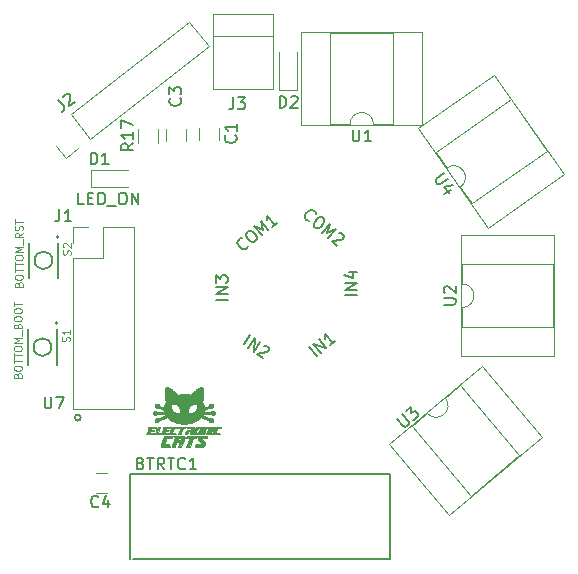
<source format=gto>
G04 #@! TF.FileFunction,Legend,Top*
%FSLAX46Y46*%
G04 Gerber Fmt 4.6, Leading zero omitted, Abs format (unit mm)*
G04 Created by KiCad (PCBNEW 4.0.7) date 01/22/18 19:21:18*
%MOMM*%
%LPD*%
G01*
G04 APERTURE LIST*
%ADD10C,0.100000*%
%ADD11C,0.120000*%
%ADD12C,0.150000*%
%ADD13C,0.203200*%
%ADD14C,0.127000*%
%ADD15C,0.010000*%
%ADD16C,0.050000*%
G04 APERTURE END LIST*
D10*
D11*
X163118456Y-100392620D02*
G75*
G02X161586368Y-101678196I-766044J-642788D01*
G01*
X161586368Y-101678196D02*
X160322394Y-102738795D01*
X160322394Y-102738795D02*
X165297570Y-108667979D01*
X165297570Y-108667979D02*
X169357606Y-105261205D01*
X169357606Y-105261205D02*
X164382430Y-99332021D01*
X164382430Y-99332021D02*
X163118456Y-100392620D01*
X158376376Y-104293374D02*
X163428687Y-110314483D01*
X163428687Y-110314483D02*
X171303624Y-103706626D01*
X171303624Y-103706626D02*
X166251313Y-97685517D01*
X166251313Y-97685517D02*
X158376376Y-104293374D01*
X164540000Y-90740000D02*
G75*
G02X164540000Y-92740000I0J-1000000D01*
G01*
X164540000Y-92740000D02*
X164540000Y-94390000D01*
X164540000Y-94390000D02*
X172280000Y-94390000D01*
X172280000Y-94390000D02*
X172280000Y-89090000D01*
X172280000Y-89090000D02*
X164540000Y-89090000D01*
X164540000Y-89090000D02*
X164540000Y-90740000D01*
X164480000Y-96880000D02*
X172340000Y-96880000D01*
X172340000Y-96880000D02*
X172340000Y-86600000D01*
X172340000Y-86600000D02*
X164480000Y-86600000D01*
X164480000Y-86600000D02*
X164480000Y-96880000D01*
D12*
X136910000Y-106820000D02*
X136410000Y-106820000D01*
X158410000Y-106820000D02*
X158410000Y-108570000D01*
X136410000Y-106820000D02*
X136410000Y-108070000D01*
X158410000Y-106820000D02*
X136660000Y-106820000D01*
X158410000Y-114070000D02*
X158410000Y-107570000D01*
X136660000Y-114070000D02*
X158410000Y-114070000D01*
X136410000Y-107570000D02*
X136410000Y-114070000D01*
D13*
X132265000Y-102064600D02*
G75*
G03X132265000Y-102064600I-254000J0D01*
G01*
D11*
X155050000Y-77230000D02*
G75*
G02X157050000Y-77230000I1000000J0D01*
G01*
X157050000Y-77230000D02*
X158700000Y-77230000D01*
X158700000Y-77230000D02*
X158700000Y-69490000D01*
X158700000Y-69490000D02*
X153400000Y-69490000D01*
X153400000Y-69490000D02*
X153400000Y-77230000D01*
X153400000Y-77230000D02*
X155050000Y-77230000D01*
X161190000Y-77290000D02*
X161190000Y-69430000D01*
X161190000Y-69430000D02*
X150910000Y-69430000D01*
X150910000Y-69430000D02*
X150910000Y-77290000D01*
X150910000Y-77290000D02*
X161190000Y-77290000D01*
D14*
X130260000Y-97590000D02*
X130260000Y-94590000D01*
X127760000Y-94590000D02*
X127760000Y-97590000D01*
D10*
X130337000Y-94090000D02*
G75*
G03X130337000Y-94090000I-127000J0D01*
G01*
D14*
X129760000Y-96090000D02*
G75*
G03X129760000Y-96090000I-750000J0D01*
G01*
X130350000Y-90250000D02*
X130350000Y-87250000D01*
X127850000Y-87250000D02*
X127850000Y-90250000D01*
D10*
X130427000Y-86750000D02*
G75*
G03X130427000Y-86750000I-127000J0D01*
G01*
D14*
X129850000Y-88750000D02*
G75*
G03X129850000Y-88750000I-750000J0D01*
G01*
D11*
X163261626Y-80912736D02*
G75*
G02X164408778Y-82551040I573576J-819152D01*
G01*
X164408778Y-82551040D02*
X165355179Y-83902641D01*
X165355179Y-83902641D02*
X171695416Y-79463159D01*
X171695416Y-79463159D02*
X168655461Y-75121653D01*
X168655461Y-75121653D02*
X162315224Y-79561135D01*
X162315224Y-79561135D02*
X163261625Y-80912736D01*
X166734235Y-85976744D02*
X173172770Y-81468433D01*
X173172770Y-81468433D02*
X167276405Y-73047550D01*
X167276405Y-73047550D02*
X160837870Y-77555861D01*
X160837870Y-77555861D02*
X166734235Y-85976744D01*
X148550000Y-69780000D02*
X143470000Y-69780000D01*
X148550000Y-74220000D02*
X143470000Y-74220000D01*
X143470000Y-67880000D02*
X148550000Y-67880000D01*
X143470000Y-67880000D02*
X143470000Y-74220000D01*
X148550000Y-67880000D02*
X148550000Y-74220000D01*
X131570000Y-101300000D02*
X136770000Y-101300000D01*
X131570000Y-88540000D02*
X131570000Y-101300000D01*
X136770000Y-85940000D02*
X136770000Y-101300000D01*
X131570000Y-88540000D02*
X134170000Y-88540000D01*
X134170000Y-88540000D02*
X134170000Y-85940000D01*
X134170000Y-85940000D02*
X136770000Y-85940000D01*
X131570000Y-87270000D02*
X131570000Y-85940000D01*
X131570000Y-85940000D02*
X132900000Y-85940000D01*
X142260000Y-77540000D02*
X142260000Y-78540000D01*
X143960000Y-78540000D02*
X143960000Y-77540000D01*
X139480000Y-77630000D02*
X139480000Y-78630000D01*
X141180000Y-78630000D02*
X141180000Y-77630000D01*
X136300000Y-82560000D02*
X133100000Y-82560000D01*
X133100000Y-81060000D02*
X136300000Y-81060000D01*
X133100000Y-81060000D02*
X133100000Y-82560000D01*
X150540000Y-71090000D02*
X150540000Y-74290000D01*
X149040000Y-74290000D02*
X149040000Y-71090000D01*
X149040000Y-74290000D02*
X150540000Y-74290000D01*
X138830000Y-77600000D02*
X138830000Y-78800000D01*
X137070000Y-78800000D02*
X137070000Y-77600000D01*
X134520000Y-106740000D02*
X133520000Y-106740000D01*
X133520000Y-108440000D02*
X134520000Y-108440000D01*
D15*
G36*
X139866036Y-103600852D02*
X139907008Y-103600938D01*
X139943459Y-103601098D01*
X139974729Y-103601329D01*
X140000158Y-103601627D01*
X140019085Y-103601989D01*
X140030852Y-103602409D01*
X140034800Y-103602874D01*
X140033319Y-103608018D01*
X140029247Y-103619593D01*
X140023134Y-103636167D01*
X140015531Y-103656309D01*
X140006991Y-103678588D01*
X139998064Y-103701574D01*
X139989303Y-103723835D01*
X139981259Y-103743940D01*
X139974483Y-103760459D01*
X139970245Y-103770360D01*
X139957672Y-103798705D01*
X139762344Y-103799994D01*
X139716574Y-103800306D01*
X139678487Y-103800611D01*
X139647299Y-103800946D01*
X139622226Y-103801350D01*
X139602485Y-103801862D01*
X139587291Y-103802520D01*
X139575860Y-103803363D01*
X139567410Y-103804429D01*
X139561156Y-103805756D01*
X139556314Y-103807384D01*
X139552101Y-103809350D01*
X139550083Y-103810420D01*
X139532562Y-103821830D01*
X139517390Y-103836394D01*
X139503724Y-103855337D01*
X139490719Y-103879882D01*
X139477532Y-103911252D01*
X139473891Y-103920889D01*
X139468018Y-103936366D01*
X139459455Y-103958438D01*
X139448696Y-103985852D01*
X139436236Y-104017359D01*
X139422569Y-104051706D01*
X139408192Y-104087644D01*
X139393962Y-104123016D01*
X139380180Y-104157296D01*
X139367332Y-104189483D01*
X139355784Y-104218645D01*
X139345898Y-104243853D01*
X139338039Y-104264175D01*
X139332573Y-104278683D01*
X139329864Y-104286446D01*
X139329696Y-104287058D01*
X139326915Y-104298700D01*
X139703519Y-104298700D01*
X139744754Y-104386541D01*
X139757133Y-104413054D01*
X139768752Y-104438201D01*
X139778964Y-104460559D01*
X139787121Y-104478710D01*
X139792576Y-104491230D01*
X139793915Y-104494491D01*
X139801843Y-104514600D01*
X139451596Y-104514412D01*
X139388936Y-104514373D01*
X139334181Y-104514317D01*
X139286770Y-104514233D01*
X139246142Y-104514107D01*
X139211735Y-104513927D01*
X139182989Y-104513679D01*
X139159341Y-104513351D01*
X139140232Y-104512930D01*
X139125098Y-104512404D01*
X139113380Y-104511759D01*
X139104515Y-104510982D01*
X139097942Y-104510062D01*
X139093101Y-104508984D01*
X139089430Y-104507737D01*
X139086367Y-104506307D01*
X139085908Y-104506067D01*
X139063596Y-104489648D01*
X139046009Y-104467093D01*
X139033848Y-104439715D01*
X139027810Y-104408825D01*
X139027266Y-104395975D01*
X139028598Y-104376928D01*
X139032708Y-104353844D01*
X139039764Y-104326202D01*
X139049936Y-104293483D01*
X139063395Y-104255165D01*
X139080309Y-104210728D01*
X139100849Y-104159651D01*
X139116803Y-104121268D01*
X139128934Y-104091929D01*
X139142268Y-104058910D01*
X139155462Y-104025588D01*
X139167169Y-103995338D01*
X139171069Y-103985032D01*
X139190051Y-103935304D01*
X139209489Y-103886009D01*
X139228716Y-103838770D01*
X139247062Y-103795213D01*
X139263859Y-103756961D01*
X139274047Y-103734827D01*
X139295452Y-103695296D01*
X139319036Y-103663322D01*
X139345503Y-103638124D01*
X139375560Y-103618920D01*
X139381285Y-103616097D01*
X139410383Y-103602316D01*
X139722591Y-103601079D01*
X139773167Y-103600919D01*
X139821202Y-103600844D01*
X139866036Y-103600852D01*
X139866036Y-103600852D01*
G37*
X139866036Y-103600852D02*
X139907008Y-103600938D01*
X139943459Y-103601098D01*
X139974729Y-103601329D01*
X140000158Y-103601627D01*
X140019085Y-103601989D01*
X140030852Y-103602409D01*
X140034800Y-103602874D01*
X140033319Y-103608018D01*
X140029247Y-103619593D01*
X140023134Y-103636167D01*
X140015531Y-103656309D01*
X140006991Y-103678588D01*
X139998064Y-103701574D01*
X139989303Y-103723835D01*
X139981259Y-103743940D01*
X139974483Y-103760459D01*
X139970245Y-103770360D01*
X139957672Y-103798705D01*
X139762344Y-103799994D01*
X139716574Y-103800306D01*
X139678487Y-103800611D01*
X139647299Y-103800946D01*
X139622226Y-103801350D01*
X139602485Y-103801862D01*
X139587291Y-103802520D01*
X139575860Y-103803363D01*
X139567410Y-103804429D01*
X139561156Y-103805756D01*
X139556314Y-103807384D01*
X139552101Y-103809350D01*
X139550083Y-103810420D01*
X139532562Y-103821830D01*
X139517390Y-103836394D01*
X139503724Y-103855337D01*
X139490719Y-103879882D01*
X139477532Y-103911252D01*
X139473891Y-103920889D01*
X139468018Y-103936366D01*
X139459455Y-103958438D01*
X139448696Y-103985852D01*
X139436236Y-104017359D01*
X139422569Y-104051706D01*
X139408192Y-104087644D01*
X139393962Y-104123016D01*
X139380180Y-104157296D01*
X139367332Y-104189483D01*
X139355784Y-104218645D01*
X139345898Y-104243853D01*
X139338039Y-104264175D01*
X139332573Y-104278683D01*
X139329864Y-104286446D01*
X139329696Y-104287058D01*
X139326915Y-104298700D01*
X139703519Y-104298700D01*
X139744754Y-104386541D01*
X139757133Y-104413054D01*
X139768752Y-104438201D01*
X139778964Y-104460559D01*
X139787121Y-104478710D01*
X139792576Y-104491230D01*
X139793915Y-104494491D01*
X139801843Y-104514600D01*
X139451596Y-104514412D01*
X139388936Y-104514373D01*
X139334181Y-104514317D01*
X139286770Y-104514233D01*
X139246142Y-104514107D01*
X139211735Y-104513927D01*
X139182989Y-104513679D01*
X139159341Y-104513351D01*
X139140232Y-104512930D01*
X139125098Y-104512404D01*
X139113380Y-104511759D01*
X139104515Y-104510982D01*
X139097942Y-104510062D01*
X139093101Y-104508984D01*
X139089430Y-104507737D01*
X139086367Y-104506307D01*
X139085908Y-104506067D01*
X139063596Y-104489648D01*
X139046009Y-104467093D01*
X139033848Y-104439715D01*
X139027810Y-104408825D01*
X139027266Y-104395975D01*
X139028598Y-104376928D01*
X139032708Y-104353844D01*
X139039764Y-104326202D01*
X139049936Y-104293483D01*
X139063395Y-104255165D01*
X139080309Y-104210728D01*
X139100849Y-104159651D01*
X139116803Y-104121268D01*
X139128934Y-104091929D01*
X139142268Y-104058910D01*
X139155462Y-104025588D01*
X139167169Y-103995338D01*
X139171069Y-103985032D01*
X139190051Y-103935304D01*
X139209489Y-103886009D01*
X139228716Y-103838770D01*
X139247062Y-103795213D01*
X139263859Y-103756961D01*
X139274047Y-103734827D01*
X139295452Y-103695296D01*
X139319036Y-103663322D01*
X139345503Y-103638124D01*
X139375560Y-103618920D01*
X139381285Y-103616097D01*
X139410383Y-103602316D01*
X139722591Y-103601079D01*
X139773167Y-103600919D01*
X139821202Y-103600844D01*
X139866036Y-103600852D01*
G36*
X140431203Y-103600884D02*
X140498584Y-103601024D01*
X140554441Y-103601184D01*
X140623342Y-103601410D01*
X140684292Y-103601635D01*
X140737807Y-103601870D01*
X140784402Y-103602124D01*
X140824593Y-103602409D01*
X140858895Y-103602733D01*
X140887825Y-103603107D01*
X140911898Y-103603542D01*
X140931630Y-103604047D01*
X140947536Y-103604632D01*
X140960131Y-103605308D01*
X140969933Y-103606084D01*
X140977456Y-103606971D01*
X140983216Y-103607978D01*
X140987728Y-103609117D01*
X140989601Y-103609713D01*
X141016829Y-103623215D01*
X141039304Y-103643191D01*
X141056309Y-103668670D01*
X141067126Y-103698682D01*
X141070392Y-103718939D01*
X141070865Y-103735293D01*
X141069320Y-103753866D01*
X141065559Y-103775291D01*
X141059382Y-103800205D01*
X141050590Y-103829241D01*
X141038983Y-103863034D01*
X141024362Y-103902219D01*
X141006528Y-103947431D01*
X140985282Y-103999304D01*
X140973433Y-104027660D01*
X140963862Y-104050742D01*
X140951753Y-104080432D01*
X140937619Y-104115441D01*
X140921977Y-104154480D01*
X140905341Y-104196260D01*
X140888226Y-104239493D01*
X140871148Y-104282890D01*
X140858336Y-104315633D01*
X140781523Y-104512483D01*
X140645228Y-104513600D01*
X140603954Y-104513810D01*
X140569718Y-104513712D01*
X140542813Y-104513312D01*
X140523529Y-104512618D01*
X140512160Y-104511635D01*
X140508933Y-104510540D01*
X140510436Y-104505832D01*
X140514731Y-104494083D01*
X140521499Y-104476126D01*
X140530421Y-104452793D01*
X140541177Y-104424917D01*
X140553448Y-104393332D01*
X140566915Y-104358869D01*
X140575115Y-104337973D01*
X140589205Y-104302073D01*
X140602365Y-104268446D01*
X140614264Y-104237944D01*
X140624570Y-104211424D01*
X140632952Y-104189739D01*
X140639077Y-104173743D01*
X140642615Y-104164291D01*
X140643342Y-104162175D01*
X140643457Y-104160167D01*
X140642026Y-104158558D01*
X140638223Y-104157303D01*
X140631223Y-104156359D01*
X140620200Y-104155682D01*
X140604330Y-104155228D01*
X140582787Y-104154954D01*
X140554745Y-104154816D01*
X140519380Y-104154769D01*
X140503649Y-104154766D01*
X140361911Y-104154766D01*
X140338389Y-104210858D01*
X140330158Y-104230692D01*
X140319557Y-104256552D01*
X140307333Y-104286593D01*
X140294237Y-104318970D01*
X140281017Y-104351839D01*
X140271955Y-104374490D01*
X140260225Y-104403723D01*
X140249093Y-104431156D01*
X140239066Y-104455568D01*
X140230648Y-104475736D01*
X140224347Y-104490437D01*
X140220735Y-104498315D01*
X140212427Y-104514600D01*
X140079163Y-104514600D01*
X140037561Y-104514465D01*
X140003464Y-104514066D01*
X139977076Y-104513409D01*
X139958597Y-104512501D01*
X139948230Y-104511347D01*
X139945900Y-104510333D01*
X139947433Y-104505813D01*
X139951844Y-104494144D01*
X139958852Y-104476035D01*
X139968174Y-104452190D01*
X139979530Y-104423318D01*
X139992637Y-104390124D01*
X140007214Y-104353316D01*
X140022979Y-104313600D01*
X140039650Y-104271684D01*
X140056946Y-104228272D01*
X140074585Y-104184074D01*
X140092285Y-104139794D01*
X140109765Y-104096140D01*
X140126742Y-104053819D01*
X140142936Y-104013537D01*
X140158064Y-103976002D01*
X140166187Y-103955912D01*
X140441230Y-103955912D01*
X140584090Y-103954797D01*
X140726950Y-103953683D01*
X140740402Y-103926166D01*
X140748625Y-103907499D01*
X140757010Y-103885522D01*
X140763428Y-103866001D01*
X140768168Y-103848728D01*
X140770277Y-103837258D01*
X140769975Y-103829419D01*
X140767711Y-103823468D01*
X140764098Y-103817242D01*
X140760020Y-103812299D01*
X140754510Y-103808477D01*
X140746601Y-103805617D01*
X140735326Y-103803557D01*
X140719717Y-103802137D01*
X140698806Y-103801194D01*
X140671626Y-103800569D01*
X140637210Y-103800101D01*
X140626494Y-103799980D01*
X140509106Y-103798677D01*
X140500581Y-103812680D01*
X140494300Y-103824687D01*
X140485668Y-103843738D01*
X140475091Y-103868871D01*
X140462977Y-103899122D01*
X140451297Y-103929397D01*
X140441230Y-103955912D01*
X140166187Y-103955912D01*
X140171845Y-103941919D01*
X140183997Y-103911996D01*
X140194239Y-103886939D01*
X140198622Y-103876292D01*
X140230596Y-103798901D01*
X140185614Y-103704152D01*
X140173212Y-103677843D01*
X140162119Y-103653956D01*
X140152830Y-103633587D01*
X140145841Y-103617831D01*
X140141647Y-103607784D01*
X140140633Y-103604644D01*
X140143065Y-103603806D01*
X140150573Y-103603078D01*
X140163472Y-103602456D01*
X140182077Y-103601940D01*
X140206703Y-103601525D01*
X140237667Y-103601209D01*
X140275283Y-103600989D01*
X140319868Y-103600864D01*
X140371736Y-103600830D01*
X140431203Y-103600884D01*
X140431203Y-103600884D01*
G37*
X140431203Y-103600884D02*
X140498584Y-103601024D01*
X140554441Y-103601184D01*
X140623342Y-103601410D01*
X140684292Y-103601635D01*
X140737807Y-103601870D01*
X140784402Y-103602124D01*
X140824593Y-103602409D01*
X140858895Y-103602733D01*
X140887825Y-103603107D01*
X140911898Y-103603542D01*
X140931630Y-103604047D01*
X140947536Y-103604632D01*
X140960131Y-103605308D01*
X140969933Y-103606084D01*
X140977456Y-103606971D01*
X140983216Y-103607978D01*
X140987728Y-103609117D01*
X140989601Y-103609713D01*
X141016829Y-103623215D01*
X141039304Y-103643191D01*
X141056309Y-103668670D01*
X141067126Y-103698682D01*
X141070392Y-103718939D01*
X141070865Y-103735293D01*
X141069320Y-103753866D01*
X141065559Y-103775291D01*
X141059382Y-103800205D01*
X141050590Y-103829241D01*
X141038983Y-103863034D01*
X141024362Y-103902219D01*
X141006528Y-103947431D01*
X140985282Y-103999304D01*
X140973433Y-104027660D01*
X140963862Y-104050742D01*
X140951753Y-104080432D01*
X140937619Y-104115441D01*
X140921977Y-104154480D01*
X140905341Y-104196260D01*
X140888226Y-104239493D01*
X140871148Y-104282890D01*
X140858336Y-104315633D01*
X140781523Y-104512483D01*
X140645228Y-104513600D01*
X140603954Y-104513810D01*
X140569718Y-104513712D01*
X140542813Y-104513312D01*
X140523529Y-104512618D01*
X140512160Y-104511635D01*
X140508933Y-104510540D01*
X140510436Y-104505832D01*
X140514731Y-104494083D01*
X140521499Y-104476126D01*
X140530421Y-104452793D01*
X140541177Y-104424917D01*
X140553448Y-104393332D01*
X140566915Y-104358869D01*
X140575115Y-104337973D01*
X140589205Y-104302073D01*
X140602365Y-104268446D01*
X140614264Y-104237944D01*
X140624570Y-104211424D01*
X140632952Y-104189739D01*
X140639077Y-104173743D01*
X140642615Y-104164291D01*
X140643342Y-104162175D01*
X140643457Y-104160167D01*
X140642026Y-104158558D01*
X140638223Y-104157303D01*
X140631223Y-104156359D01*
X140620200Y-104155682D01*
X140604330Y-104155228D01*
X140582787Y-104154954D01*
X140554745Y-104154816D01*
X140519380Y-104154769D01*
X140503649Y-104154766D01*
X140361911Y-104154766D01*
X140338389Y-104210858D01*
X140330158Y-104230692D01*
X140319557Y-104256552D01*
X140307333Y-104286593D01*
X140294237Y-104318970D01*
X140281017Y-104351839D01*
X140271955Y-104374490D01*
X140260225Y-104403723D01*
X140249093Y-104431156D01*
X140239066Y-104455568D01*
X140230648Y-104475736D01*
X140224347Y-104490437D01*
X140220735Y-104498315D01*
X140212427Y-104514600D01*
X140079163Y-104514600D01*
X140037561Y-104514465D01*
X140003464Y-104514066D01*
X139977076Y-104513409D01*
X139958597Y-104512501D01*
X139948230Y-104511347D01*
X139945900Y-104510333D01*
X139947433Y-104505813D01*
X139951844Y-104494144D01*
X139958852Y-104476035D01*
X139968174Y-104452190D01*
X139979530Y-104423318D01*
X139992637Y-104390124D01*
X140007214Y-104353316D01*
X140022979Y-104313600D01*
X140039650Y-104271684D01*
X140056946Y-104228272D01*
X140074585Y-104184074D01*
X140092285Y-104139794D01*
X140109765Y-104096140D01*
X140126742Y-104053819D01*
X140142936Y-104013537D01*
X140158064Y-103976002D01*
X140166187Y-103955912D01*
X140441230Y-103955912D01*
X140584090Y-103954797D01*
X140726950Y-103953683D01*
X140740402Y-103926166D01*
X140748625Y-103907499D01*
X140757010Y-103885522D01*
X140763428Y-103866001D01*
X140768168Y-103848728D01*
X140770277Y-103837258D01*
X140769975Y-103829419D01*
X140767711Y-103823468D01*
X140764098Y-103817242D01*
X140760020Y-103812299D01*
X140754510Y-103808477D01*
X140746601Y-103805617D01*
X140735326Y-103803557D01*
X140719717Y-103802137D01*
X140698806Y-103801194D01*
X140671626Y-103800569D01*
X140637210Y-103800101D01*
X140626494Y-103799980D01*
X140509106Y-103798677D01*
X140500581Y-103812680D01*
X140494300Y-103824687D01*
X140485668Y-103843738D01*
X140475091Y-103868871D01*
X140462977Y-103899122D01*
X140451297Y-103929397D01*
X140441230Y-103955912D01*
X140166187Y-103955912D01*
X140171845Y-103941919D01*
X140183997Y-103911996D01*
X140194239Y-103886939D01*
X140198622Y-103876292D01*
X140230596Y-103798901D01*
X140185614Y-103704152D01*
X140173212Y-103677843D01*
X140162119Y-103653956D01*
X140152830Y-103633587D01*
X140145841Y-103617831D01*
X140141647Y-103607784D01*
X140140633Y-103604644D01*
X140143065Y-103603806D01*
X140150573Y-103603078D01*
X140163472Y-103602456D01*
X140182077Y-103601940D01*
X140206703Y-103601525D01*
X140237667Y-103601209D01*
X140275283Y-103600989D01*
X140319868Y-103600864D01*
X140371736Y-103600830D01*
X140431203Y-103600884D01*
G36*
X141754030Y-103599826D02*
X141804623Y-103599924D01*
X141853372Y-103600094D01*
X141899589Y-103600335D01*
X141942589Y-103600648D01*
X141981687Y-103601034D01*
X142016197Y-103601494D01*
X142045433Y-103602028D01*
X142068710Y-103602637D01*
X142085342Y-103603322D01*
X142094643Y-103604083D01*
X142096433Y-103604624D01*
X142094966Y-103609664D01*
X142090846Y-103621449D01*
X142084495Y-103638837D01*
X142076333Y-103660683D01*
X142066783Y-103685844D01*
X142059771Y-103704107D01*
X142023109Y-103799166D01*
X141757909Y-103799166D01*
X141746590Y-103821391D01*
X141741069Y-103833236D01*
X141733436Y-103850992D01*
X141724531Y-103872635D01*
X141715197Y-103896141D01*
X141710954Y-103907116D01*
X141700351Y-103934493D01*
X141688531Y-103964511D01*
X141676806Y-103993866D01*
X141666487Y-104019254D01*
X141664721Y-104023533D01*
X141658931Y-104037695D01*
X141650416Y-104058776D01*
X141639558Y-104085819D01*
X141626739Y-104117868D01*
X141612341Y-104153964D01*
X141596746Y-104193152D01*
X141580336Y-104234475D01*
X141563493Y-104276975D01*
X141556571Y-104294466D01*
X141470337Y-104512483D01*
X141330619Y-104513598D01*
X141190900Y-104514713D01*
X141195022Y-104503015D01*
X141197184Y-104497397D01*
X141202258Y-104484508D01*
X141210008Y-104464937D01*
X141220199Y-104439273D01*
X141232597Y-104408105D01*
X141246967Y-104372023D01*
X141263075Y-104331616D01*
X141280685Y-104287473D01*
X141299564Y-104240184D01*
X141319477Y-104190337D01*
X141336232Y-104148416D01*
X141356681Y-104097178D01*
X141376162Y-104048186D01*
X141394454Y-104002010D01*
X141411335Y-103959220D01*
X141426581Y-103920386D01*
X141439970Y-103886077D01*
X141451280Y-103856864D01*
X141460288Y-103833316D01*
X141466771Y-103816003D01*
X141470508Y-103805495D01*
X141471360Y-103802341D01*
X141466823Y-103801612D01*
X141454779Y-103800941D01*
X141436190Y-103800350D01*
X141412017Y-103799857D01*
X141383220Y-103799482D01*
X141350761Y-103799245D01*
X141316964Y-103799166D01*
X141164529Y-103799166D01*
X141167423Y-103789641D01*
X141169492Y-103783719D01*
X141174026Y-103771257D01*
X141180507Y-103753643D01*
X141188420Y-103732262D01*
X141197250Y-103708500D01*
X141206480Y-103683745D01*
X141215595Y-103659381D01*
X141224079Y-103636796D01*
X141231417Y-103617374D01*
X141235944Y-103605491D01*
X141240376Y-103604671D01*
X141252561Y-103603912D01*
X141271816Y-103603215D01*
X141297453Y-103602581D01*
X141328787Y-103602009D01*
X141365133Y-103601502D01*
X141405804Y-103601059D01*
X141450116Y-103600681D01*
X141497382Y-103600370D01*
X141546917Y-103600125D01*
X141598035Y-103599947D01*
X141650050Y-103599838D01*
X141702277Y-103599797D01*
X141754030Y-103599826D01*
X141754030Y-103599826D01*
G37*
X141754030Y-103599826D02*
X141804623Y-103599924D01*
X141853372Y-103600094D01*
X141899589Y-103600335D01*
X141942589Y-103600648D01*
X141981687Y-103601034D01*
X142016197Y-103601494D01*
X142045433Y-103602028D01*
X142068710Y-103602637D01*
X142085342Y-103603322D01*
X142094643Y-103604083D01*
X142096433Y-103604624D01*
X142094966Y-103609664D01*
X142090846Y-103621449D01*
X142084495Y-103638837D01*
X142076333Y-103660683D01*
X142066783Y-103685844D01*
X142059771Y-103704107D01*
X142023109Y-103799166D01*
X141757909Y-103799166D01*
X141746590Y-103821391D01*
X141741069Y-103833236D01*
X141733436Y-103850992D01*
X141724531Y-103872635D01*
X141715197Y-103896141D01*
X141710954Y-103907116D01*
X141700351Y-103934493D01*
X141688531Y-103964511D01*
X141676806Y-103993866D01*
X141666487Y-104019254D01*
X141664721Y-104023533D01*
X141658931Y-104037695D01*
X141650416Y-104058776D01*
X141639558Y-104085819D01*
X141626739Y-104117868D01*
X141612341Y-104153964D01*
X141596746Y-104193152D01*
X141580336Y-104234475D01*
X141563493Y-104276975D01*
X141556571Y-104294466D01*
X141470337Y-104512483D01*
X141330619Y-104513598D01*
X141190900Y-104514713D01*
X141195022Y-104503015D01*
X141197184Y-104497397D01*
X141202258Y-104484508D01*
X141210008Y-104464937D01*
X141220199Y-104439273D01*
X141232597Y-104408105D01*
X141246967Y-104372023D01*
X141263075Y-104331616D01*
X141280685Y-104287473D01*
X141299564Y-104240184D01*
X141319477Y-104190337D01*
X141336232Y-104148416D01*
X141356681Y-104097178D01*
X141376162Y-104048186D01*
X141394454Y-104002010D01*
X141411335Y-103959220D01*
X141426581Y-103920386D01*
X141439970Y-103886077D01*
X141451280Y-103856864D01*
X141460288Y-103833316D01*
X141466771Y-103816003D01*
X141470508Y-103805495D01*
X141471360Y-103802341D01*
X141466823Y-103801612D01*
X141454779Y-103800941D01*
X141436190Y-103800350D01*
X141412017Y-103799857D01*
X141383220Y-103799482D01*
X141350761Y-103799245D01*
X141316964Y-103799166D01*
X141164529Y-103799166D01*
X141167423Y-103789641D01*
X141169492Y-103783719D01*
X141174026Y-103771257D01*
X141180507Y-103753643D01*
X141188420Y-103732262D01*
X141197250Y-103708500D01*
X141206480Y-103683745D01*
X141215595Y-103659381D01*
X141224079Y-103636796D01*
X141231417Y-103617374D01*
X141235944Y-103605491D01*
X141240376Y-103604671D01*
X141252561Y-103603912D01*
X141271816Y-103603215D01*
X141297453Y-103602581D01*
X141328787Y-103602009D01*
X141365133Y-103601502D01*
X141405804Y-103601059D01*
X141450116Y-103600681D01*
X141497382Y-103600370D01*
X141546917Y-103600125D01*
X141598035Y-103599947D01*
X141650050Y-103599838D01*
X141702277Y-103599797D01*
X141754030Y-103599826D01*
G36*
X142836538Y-103601024D02*
X142874161Y-103601154D01*
X142906668Y-103601356D01*
X142933412Y-103601625D01*
X142953747Y-103601960D01*
X142967024Y-103602357D01*
X142972598Y-103602813D01*
X142972733Y-103602901D01*
X142971232Y-103607549D01*
X142967027Y-103618902D01*
X142960562Y-103635804D01*
X142952279Y-103657100D01*
X142942625Y-103681636D01*
X142937266Y-103695148D01*
X142926914Y-103721231D01*
X142917530Y-103744967D01*
X142909597Y-103765127D01*
X142903598Y-103780478D01*
X142900018Y-103789789D01*
X142899299Y-103791758D01*
X142898247Y-103793530D01*
X142895904Y-103794995D01*
X142891532Y-103796184D01*
X142884391Y-103797124D01*
X142873742Y-103797845D01*
X142858847Y-103798376D01*
X142838966Y-103798745D01*
X142813360Y-103798981D01*
X142781290Y-103799113D01*
X142742018Y-103799171D01*
X142709341Y-103799182D01*
X142664473Y-103799202D01*
X142627284Y-103799275D01*
X142596985Y-103799433D01*
X142572789Y-103799708D01*
X142553907Y-103800133D01*
X142539552Y-103800739D01*
X142528935Y-103801558D01*
X142521269Y-103802622D01*
X142515764Y-103803965D01*
X142511634Y-103805617D01*
X142508502Y-103807357D01*
X142498761Y-103814736D01*
X142493294Y-103822934D01*
X142492433Y-103832571D01*
X142496510Y-103844264D01*
X142505858Y-103858632D01*
X142520809Y-103876292D01*
X142541695Y-103897864D01*
X142568848Y-103923964D01*
X142573512Y-103928336D01*
X142609350Y-103962486D01*
X142642982Y-103995789D01*
X142673548Y-104027334D01*
X142700183Y-104056211D01*
X142722027Y-104081509D01*
X142738216Y-104102317D01*
X142738242Y-104102352D01*
X142756149Y-104133224D01*
X142770208Y-104169609D01*
X142779578Y-104209103D01*
X142782116Y-104227982D01*
X142783747Y-104265244D01*
X142781577Y-104303360D01*
X142775960Y-104340255D01*
X142767245Y-104373860D01*
X142755784Y-104402102D01*
X142751217Y-104410290D01*
X142733088Y-104434380D01*
X142709516Y-104457580D01*
X142683358Y-104477315D01*
X142665858Y-104487290D01*
X142656038Y-104492098D01*
X142647163Y-104496307D01*
X142638625Y-104499955D01*
X142629814Y-104503084D01*
X142620125Y-104505732D01*
X142608949Y-104507941D01*
X142595678Y-104509749D01*
X142579704Y-104511197D01*
X142560420Y-104512324D01*
X142537217Y-104513171D01*
X142509488Y-104513778D01*
X142476625Y-104514184D01*
X142438021Y-104514429D01*
X142393067Y-104514554D01*
X142341155Y-104514598D01*
X142281679Y-104514601D01*
X142250060Y-104514600D01*
X142196011Y-104514554D01*
X142144925Y-104514422D01*
X142097401Y-104514210D01*
X142054034Y-104513924D01*
X142015423Y-104513571D01*
X141982164Y-104513158D01*
X141954854Y-104512691D01*
X141934092Y-104512177D01*
X141920473Y-104511623D01*
X141914595Y-104511034D01*
X141914399Y-104510904D01*
X141915864Y-104506107D01*
X141919989Y-104494500D01*
X141926371Y-104477167D01*
X141934609Y-104455190D01*
X141944299Y-104429653D01*
X141954125Y-104404012D01*
X141993850Y-104300816D01*
X142239008Y-104298700D01*
X142290980Y-104298236D01*
X142335155Y-104297798D01*
X142372203Y-104297359D01*
X142402794Y-104296894D01*
X142427598Y-104296378D01*
X142447283Y-104295785D01*
X142462521Y-104295090D01*
X142473981Y-104294268D01*
X142482332Y-104293292D01*
X142488244Y-104292138D01*
X142492387Y-104290780D01*
X142495431Y-104289193D01*
X142495809Y-104288951D01*
X142506888Y-104279959D01*
X142512915Y-104270242D01*
X142513603Y-104259117D01*
X142508666Y-104245901D01*
X142497820Y-104229912D01*
X142480778Y-104210467D01*
X142457255Y-104186884D01*
X142450319Y-104180253D01*
X142433326Y-104163969D01*
X142411770Y-104143071D01*
X142387064Y-104118943D01*
X142360619Y-104092968D01*
X142333850Y-104066530D01*
X142309831Y-104042669D01*
X142281055Y-104013761D01*
X142257780Y-103989825D01*
X142239301Y-103970074D01*
X142224913Y-103953724D01*
X142213909Y-103939987D01*
X142205585Y-103928078D01*
X142202538Y-103923127D01*
X142185636Y-103890663D01*
X142174891Y-103860066D01*
X142169470Y-103828420D01*
X142168400Y-103803231D01*
X142171200Y-103758308D01*
X142179751Y-103719471D01*
X142194276Y-103686392D01*
X142215000Y-103658743D01*
X142242148Y-103636195D01*
X142275943Y-103618420D01*
X142300716Y-103609534D01*
X142305703Y-103608248D01*
X142312129Y-103607122D01*
X142320577Y-103606141D01*
X142331631Y-103605293D01*
X142345875Y-103604562D01*
X142363891Y-103603935D01*
X142386262Y-103603399D01*
X142413572Y-103602939D01*
X142446403Y-103602541D01*
X142485340Y-103602192D01*
X142530965Y-103601878D01*
X142583862Y-103601585D01*
X142644613Y-103601299D01*
X142647825Y-103601285D01*
X142699442Y-103601096D01*
X142748532Y-103600992D01*
X142794446Y-103600969D01*
X142836538Y-103601024D01*
X142836538Y-103601024D01*
G37*
X142836538Y-103601024D02*
X142874161Y-103601154D01*
X142906668Y-103601356D01*
X142933412Y-103601625D01*
X142953747Y-103601960D01*
X142967024Y-103602357D01*
X142972598Y-103602813D01*
X142972733Y-103602901D01*
X142971232Y-103607549D01*
X142967027Y-103618902D01*
X142960562Y-103635804D01*
X142952279Y-103657100D01*
X142942625Y-103681636D01*
X142937266Y-103695148D01*
X142926914Y-103721231D01*
X142917530Y-103744967D01*
X142909597Y-103765127D01*
X142903598Y-103780478D01*
X142900018Y-103789789D01*
X142899299Y-103791758D01*
X142898247Y-103793530D01*
X142895904Y-103794995D01*
X142891532Y-103796184D01*
X142884391Y-103797124D01*
X142873742Y-103797845D01*
X142858847Y-103798376D01*
X142838966Y-103798745D01*
X142813360Y-103798981D01*
X142781290Y-103799113D01*
X142742018Y-103799171D01*
X142709341Y-103799182D01*
X142664473Y-103799202D01*
X142627284Y-103799275D01*
X142596985Y-103799433D01*
X142572789Y-103799708D01*
X142553907Y-103800133D01*
X142539552Y-103800739D01*
X142528935Y-103801558D01*
X142521269Y-103802622D01*
X142515764Y-103803965D01*
X142511634Y-103805617D01*
X142508502Y-103807357D01*
X142498761Y-103814736D01*
X142493294Y-103822934D01*
X142492433Y-103832571D01*
X142496510Y-103844264D01*
X142505858Y-103858632D01*
X142520809Y-103876292D01*
X142541695Y-103897864D01*
X142568848Y-103923964D01*
X142573512Y-103928336D01*
X142609350Y-103962486D01*
X142642982Y-103995789D01*
X142673548Y-104027334D01*
X142700183Y-104056211D01*
X142722027Y-104081509D01*
X142738216Y-104102317D01*
X142738242Y-104102352D01*
X142756149Y-104133224D01*
X142770208Y-104169609D01*
X142779578Y-104209103D01*
X142782116Y-104227982D01*
X142783747Y-104265244D01*
X142781577Y-104303360D01*
X142775960Y-104340255D01*
X142767245Y-104373860D01*
X142755784Y-104402102D01*
X142751217Y-104410290D01*
X142733088Y-104434380D01*
X142709516Y-104457580D01*
X142683358Y-104477315D01*
X142665858Y-104487290D01*
X142656038Y-104492098D01*
X142647163Y-104496307D01*
X142638625Y-104499955D01*
X142629814Y-104503084D01*
X142620125Y-104505732D01*
X142608949Y-104507941D01*
X142595678Y-104509749D01*
X142579704Y-104511197D01*
X142560420Y-104512324D01*
X142537217Y-104513171D01*
X142509488Y-104513778D01*
X142476625Y-104514184D01*
X142438021Y-104514429D01*
X142393067Y-104514554D01*
X142341155Y-104514598D01*
X142281679Y-104514601D01*
X142250060Y-104514600D01*
X142196011Y-104514554D01*
X142144925Y-104514422D01*
X142097401Y-104514210D01*
X142054034Y-104513924D01*
X142015423Y-104513571D01*
X141982164Y-104513158D01*
X141954854Y-104512691D01*
X141934092Y-104512177D01*
X141920473Y-104511623D01*
X141914595Y-104511034D01*
X141914399Y-104510904D01*
X141915864Y-104506107D01*
X141919989Y-104494500D01*
X141926371Y-104477167D01*
X141934609Y-104455190D01*
X141944299Y-104429653D01*
X141954125Y-104404012D01*
X141993850Y-104300816D01*
X142239008Y-104298700D01*
X142290980Y-104298236D01*
X142335155Y-104297798D01*
X142372203Y-104297359D01*
X142402794Y-104296894D01*
X142427598Y-104296378D01*
X142447283Y-104295785D01*
X142462521Y-104295090D01*
X142473981Y-104294268D01*
X142482332Y-104293292D01*
X142488244Y-104292138D01*
X142492387Y-104290780D01*
X142495431Y-104289193D01*
X142495809Y-104288951D01*
X142506888Y-104279959D01*
X142512915Y-104270242D01*
X142513603Y-104259117D01*
X142508666Y-104245901D01*
X142497820Y-104229912D01*
X142480778Y-104210467D01*
X142457255Y-104186884D01*
X142450319Y-104180253D01*
X142433326Y-104163969D01*
X142411770Y-104143071D01*
X142387064Y-104118943D01*
X142360619Y-104092968D01*
X142333850Y-104066530D01*
X142309831Y-104042669D01*
X142281055Y-104013761D01*
X142257780Y-103989825D01*
X142239301Y-103970074D01*
X142224913Y-103953724D01*
X142213909Y-103939987D01*
X142205585Y-103928078D01*
X142202538Y-103923127D01*
X142185636Y-103890663D01*
X142174891Y-103860066D01*
X142169470Y-103828420D01*
X142168400Y-103803231D01*
X142171200Y-103758308D01*
X142179751Y-103719471D01*
X142194276Y-103686392D01*
X142215000Y-103658743D01*
X142242148Y-103636195D01*
X142275943Y-103618420D01*
X142300716Y-103609534D01*
X142305703Y-103608248D01*
X142312129Y-103607122D01*
X142320577Y-103606141D01*
X142331631Y-103605293D01*
X142345875Y-103604562D01*
X142363891Y-103603935D01*
X142386262Y-103603399D01*
X142413572Y-103602939D01*
X142446403Y-103602541D01*
X142485340Y-103602192D01*
X142530965Y-103601878D01*
X142583862Y-103601585D01*
X142644613Y-103601299D01*
X142647825Y-103601285D01*
X142699442Y-103601096D01*
X142748532Y-103600992D01*
X142794446Y-103600969D01*
X142836538Y-103601024D01*
G36*
X138983391Y-102839179D02*
X138981417Y-102844752D01*
X138976598Y-102857481D01*
X138969211Y-102876656D01*
X138959534Y-102901563D01*
X138947845Y-102931490D01*
X138934424Y-102965725D01*
X138919547Y-103003555D01*
X138903493Y-103044269D01*
X138886540Y-103087154D01*
X138886218Y-103087966D01*
X138791546Y-103327149D01*
X138932690Y-103328264D01*
X138966298Y-103328595D01*
X138997043Y-103329022D01*
X139023944Y-103329523D01*
X139046018Y-103330074D01*
X139062285Y-103330652D01*
X139071763Y-103331234D01*
X139073833Y-103331635D01*
X139072309Y-103336108D01*
X139068087Y-103347081D01*
X139061692Y-103363224D01*
X139053651Y-103383207D01*
X139046653Y-103400409D01*
X139037401Y-103423311D01*
X139029140Y-103444242D01*
X139022481Y-103461621D01*
X139018032Y-103473866D01*
X139016560Y-103478530D01*
X139013648Y-103490133D01*
X138527162Y-103490133D01*
X138529974Y-103480608D01*
X138531952Y-103475274D01*
X138536837Y-103462688D01*
X138544389Y-103443455D01*
X138554366Y-103418184D01*
X138566529Y-103387479D01*
X138580635Y-103351950D01*
X138596445Y-103312201D01*
X138613718Y-103268840D01*
X138632212Y-103222474D01*
X138651687Y-103173710D01*
X138660579Y-103151466D01*
X138788372Y-102831849D01*
X138887131Y-102830712D01*
X138985890Y-102829574D01*
X138983391Y-102839179D01*
X138983391Y-102839179D01*
G37*
X138983391Y-102839179D02*
X138981417Y-102844752D01*
X138976598Y-102857481D01*
X138969211Y-102876656D01*
X138959534Y-102901563D01*
X138947845Y-102931490D01*
X138934424Y-102965725D01*
X138919547Y-103003555D01*
X138903493Y-103044269D01*
X138886540Y-103087154D01*
X138886218Y-103087966D01*
X138791546Y-103327149D01*
X138932690Y-103328264D01*
X138966298Y-103328595D01*
X138997043Y-103329022D01*
X139023944Y-103329523D01*
X139046018Y-103330074D01*
X139062285Y-103330652D01*
X139071763Y-103331234D01*
X139073833Y-103331635D01*
X139072309Y-103336108D01*
X139068087Y-103347081D01*
X139061692Y-103363224D01*
X139053651Y-103383207D01*
X139046653Y-103400409D01*
X139037401Y-103423311D01*
X139029140Y-103444242D01*
X139022481Y-103461621D01*
X139018032Y-103473866D01*
X139016560Y-103478530D01*
X139013648Y-103490133D01*
X138527162Y-103490133D01*
X138529974Y-103480608D01*
X138531952Y-103475274D01*
X138536837Y-103462688D01*
X138544389Y-103443455D01*
X138554366Y-103418184D01*
X138566529Y-103387479D01*
X138580635Y-103351950D01*
X138596445Y-103312201D01*
X138613718Y-103268840D01*
X138632212Y-103222474D01*
X138651687Y-103173710D01*
X138660579Y-103151466D01*
X138788372Y-102831849D01*
X138887131Y-102830712D01*
X138985890Y-102829574D01*
X138983391Y-102839179D01*
G36*
X142327660Y-102834125D02*
X142377213Y-102834417D01*
X142418597Y-102834905D01*
X142451753Y-102835589D01*
X142476618Y-102836467D01*
X142493134Y-102837537D01*
X142500716Y-102838639D01*
X142524464Y-102849169D01*
X142543244Y-102865737D01*
X142556027Y-102887021D01*
X142561785Y-102911701D01*
X142562007Y-102917356D01*
X142561543Y-102925902D01*
X142559915Y-102936215D01*
X142556890Y-102948964D01*
X142552236Y-102964819D01*
X142545722Y-102984451D01*
X142537115Y-103008529D01*
X142526183Y-103037723D01*
X142512695Y-103072704D01*
X142496418Y-103114141D01*
X142477120Y-103162705D01*
X142476568Y-103164088D01*
X142454296Y-103219538D01*
X142434606Y-103267639D01*
X142417166Y-103308987D01*
X142401647Y-103344183D01*
X142387717Y-103373826D01*
X142375045Y-103398514D01*
X142363301Y-103418848D01*
X142352153Y-103435426D01*
X142341272Y-103448847D01*
X142330327Y-103459712D01*
X142318986Y-103468618D01*
X142306919Y-103476165D01*
X142303153Y-103478229D01*
X142284816Y-103488016D01*
X142068916Y-103488767D01*
X142017209Y-103488860D01*
X141971125Y-103488764D01*
X141931105Y-103488487D01*
X141897592Y-103488036D01*
X141871030Y-103487416D01*
X141851860Y-103486635D01*
X141840526Y-103485699D01*
X141838199Y-103485259D01*
X141817586Y-103475137D01*
X141801009Y-103458537D01*
X141789384Y-103436848D01*
X141783626Y-103411463D01*
X141783166Y-103401620D01*
X141783507Y-103391753D01*
X141784693Y-103381188D01*
X141786971Y-103369195D01*
X141790585Y-103355042D01*
X141795782Y-103338000D01*
X141802807Y-103317338D01*
X141804977Y-103311372D01*
X142012583Y-103311372D01*
X142017144Y-103319721D01*
X142027188Y-103324972D01*
X142043465Y-103327838D01*
X142066726Y-103329032D01*
X142096621Y-103329266D01*
X142126604Y-103328964D01*
X142149454Y-103327989D01*
X142166484Y-103326241D01*
X142179009Y-103323618D01*
X142181852Y-103322726D01*
X142196236Y-103316116D01*
X142209031Y-103307479D01*
X142212149Y-103304597D01*
X142218128Y-103295871D01*
X142226682Y-103279674D01*
X142237587Y-103256526D01*
X142250614Y-103226946D01*
X142265540Y-103191454D01*
X142282139Y-103150568D01*
X142300184Y-103104809D01*
X142309710Y-103080181D01*
X142319565Y-103054416D01*
X142326658Y-103035289D01*
X142331304Y-103021552D01*
X142333819Y-103011956D01*
X142334519Y-103005253D01*
X142333721Y-103000193D01*
X142331739Y-102995529D01*
X142331325Y-102994722D01*
X142323927Y-102985230D01*
X142315131Y-102979809D01*
X142315057Y-102979790D01*
X142307671Y-102979048D01*
X142293451Y-102978557D01*
X142274027Y-102978339D01*
X142251026Y-102978415D01*
X142232879Y-102978671D01*
X142206080Y-102979254D01*
X142186357Y-102979971D01*
X142172319Y-102980987D01*
X142162575Y-102982470D01*
X142155735Y-102984587D01*
X142150407Y-102987505D01*
X142148586Y-102988788D01*
X142134918Y-103002027D01*
X142121467Y-103020446D01*
X142110285Y-103040959D01*
X142105158Y-103054099D01*
X142101641Y-103064053D01*
X142095508Y-103080207D01*
X142087392Y-103100944D01*
X142077925Y-103124646D01*
X142067965Y-103149148D01*
X142057178Y-103175722D01*
X142046553Y-103202376D01*
X142036894Y-103227060D01*
X142029004Y-103247725D01*
X142024283Y-103260611D01*
X142016903Y-103282529D01*
X142012753Y-103299212D01*
X142012583Y-103311372D01*
X141804977Y-103311372D01*
X141811906Y-103292325D01*
X141823325Y-103262231D01*
X141837309Y-103226326D01*
X141854104Y-103183878D01*
X141868724Y-103147233D01*
X141890572Y-103092865D01*
X141909760Y-103045826D01*
X141926612Y-103005523D01*
X141941453Y-102971364D01*
X141954610Y-102942754D01*
X141966407Y-102919101D01*
X141977170Y-102899811D01*
X141987223Y-102884292D01*
X141996893Y-102871950D01*
X142006505Y-102862191D01*
X142016383Y-102854424D01*
X142026854Y-102848054D01*
X142035050Y-102843949D01*
X142056216Y-102834049D01*
X142270000Y-102834031D01*
X142327660Y-102834125D01*
X142327660Y-102834125D01*
G37*
X142327660Y-102834125D02*
X142377213Y-102834417D01*
X142418597Y-102834905D01*
X142451753Y-102835589D01*
X142476618Y-102836467D01*
X142493134Y-102837537D01*
X142500716Y-102838639D01*
X142524464Y-102849169D01*
X142543244Y-102865737D01*
X142556027Y-102887021D01*
X142561785Y-102911701D01*
X142562007Y-102917356D01*
X142561543Y-102925902D01*
X142559915Y-102936215D01*
X142556890Y-102948964D01*
X142552236Y-102964819D01*
X142545722Y-102984451D01*
X142537115Y-103008529D01*
X142526183Y-103037723D01*
X142512695Y-103072704D01*
X142496418Y-103114141D01*
X142477120Y-103162705D01*
X142476568Y-103164088D01*
X142454296Y-103219538D01*
X142434606Y-103267639D01*
X142417166Y-103308987D01*
X142401647Y-103344183D01*
X142387717Y-103373826D01*
X142375045Y-103398514D01*
X142363301Y-103418848D01*
X142352153Y-103435426D01*
X142341272Y-103448847D01*
X142330327Y-103459712D01*
X142318986Y-103468618D01*
X142306919Y-103476165D01*
X142303153Y-103478229D01*
X142284816Y-103488016D01*
X142068916Y-103488767D01*
X142017209Y-103488860D01*
X141971125Y-103488764D01*
X141931105Y-103488487D01*
X141897592Y-103488036D01*
X141871030Y-103487416D01*
X141851860Y-103486635D01*
X141840526Y-103485699D01*
X141838199Y-103485259D01*
X141817586Y-103475137D01*
X141801009Y-103458537D01*
X141789384Y-103436848D01*
X141783626Y-103411463D01*
X141783166Y-103401620D01*
X141783507Y-103391753D01*
X141784693Y-103381188D01*
X141786971Y-103369195D01*
X141790585Y-103355042D01*
X141795782Y-103338000D01*
X141802807Y-103317338D01*
X141804977Y-103311372D01*
X142012583Y-103311372D01*
X142017144Y-103319721D01*
X142027188Y-103324972D01*
X142043465Y-103327838D01*
X142066726Y-103329032D01*
X142096621Y-103329266D01*
X142126604Y-103328964D01*
X142149454Y-103327989D01*
X142166484Y-103326241D01*
X142179009Y-103323618D01*
X142181852Y-103322726D01*
X142196236Y-103316116D01*
X142209031Y-103307479D01*
X142212149Y-103304597D01*
X142218128Y-103295871D01*
X142226682Y-103279674D01*
X142237587Y-103256526D01*
X142250614Y-103226946D01*
X142265540Y-103191454D01*
X142282139Y-103150568D01*
X142300184Y-103104809D01*
X142309710Y-103080181D01*
X142319565Y-103054416D01*
X142326658Y-103035289D01*
X142331304Y-103021552D01*
X142333819Y-103011956D01*
X142334519Y-103005253D01*
X142333721Y-103000193D01*
X142331739Y-102995529D01*
X142331325Y-102994722D01*
X142323927Y-102985230D01*
X142315131Y-102979809D01*
X142315057Y-102979790D01*
X142307671Y-102979048D01*
X142293451Y-102978557D01*
X142274027Y-102978339D01*
X142251026Y-102978415D01*
X142232879Y-102978671D01*
X142206080Y-102979254D01*
X142186357Y-102979971D01*
X142172319Y-102980987D01*
X142162575Y-102982470D01*
X142155735Y-102984587D01*
X142150407Y-102987505D01*
X142148586Y-102988788D01*
X142134918Y-103002027D01*
X142121467Y-103020446D01*
X142110285Y-103040959D01*
X142105158Y-103054099D01*
X142101641Y-103064053D01*
X142095508Y-103080207D01*
X142087392Y-103100944D01*
X142077925Y-103124646D01*
X142067965Y-103149148D01*
X142057178Y-103175722D01*
X142046553Y-103202376D01*
X142036894Y-103227060D01*
X142029004Y-103247725D01*
X142024283Y-103260611D01*
X142016903Y-103282529D01*
X142012753Y-103299212D01*
X142012583Y-103311372D01*
X141804977Y-103311372D01*
X141811906Y-103292325D01*
X141823325Y-103262231D01*
X141837309Y-103226326D01*
X141854104Y-103183878D01*
X141868724Y-103147233D01*
X141890572Y-103092865D01*
X141909760Y-103045826D01*
X141926612Y-103005523D01*
X141941453Y-102971364D01*
X141954610Y-102942754D01*
X141966407Y-102919101D01*
X141977170Y-102899811D01*
X141987223Y-102884292D01*
X141996893Y-102871950D01*
X142006505Y-102862191D01*
X142016383Y-102854424D01*
X142026854Y-102848054D01*
X142035050Y-102843949D01*
X142056216Y-102834049D01*
X142270000Y-102834031D01*
X142327660Y-102834125D01*
G36*
X143019181Y-102833992D02*
X143064082Y-102834081D01*
X143102309Y-102834273D01*
X143134460Y-102834606D01*
X143161132Y-102835118D01*
X143182923Y-102835848D01*
X143200431Y-102836834D01*
X143214254Y-102838114D01*
X143224988Y-102839728D01*
X143233232Y-102841713D01*
X143239583Y-102844108D01*
X143244639Y-102846951D01*
X143248997Y-102850281D01*
X143253255Y-102854136D01*
X143255662Y-102856393D01*
X143269156Y-102872121D01*
X143277699Y-102890086D01*
X143281300Y-102911158D01*
X143279968Y-102936210D01*
X143273713Y-102966113D01*
X143262543Y-103001737D01*
X143257369Y-103015999D01*
X143251556Y-103031247D01*
X143242965Y-103053331D01*
X143231995Y-103081245D01*
X143219047Y-103113978D01*
X143204522Y-103150520D01*
X143188819Y-103189863D01*
X143172341Y-103230998D01*
X143155486Y-103272915D01*
X143152009Y-103281541D01*
X143067983Y-103489933D01*
X142969558Y-103490033D01*
X142934074Y-103489903D01*
X142906772Y-103489426D01*
X142887375Y-103488588D01*
X142875605Y-103487377D01*
X142871183Y-103485780D01*
X142871133Y-103485563D01*
X142872657Y-103480906D01*
X142877048Y-103469085D01*
X142884033Y-103450800D01*
X142893338Y-103426752D01*
X142904692Y-103397639D01*
X142917821Y-103364162D01*
X142932452Y-103327020D01*
X142948313Y-103286913D01*
X142964266Y-103246716D01*
X142981083Y-103204237D01*
X142996925Y-103163882D01*
X143011515Y-103126375D01*
X143024579Y-103092440D01*
X143035843Y-103062799D01*
X143045031Y-103038175D01*
X143051868Y-103019291D01*
X143056080Y-103006871D01*
X143057400Y-103001759D01*
X143056728Y-102994398D01*
X143054078Y-102988713D01*
X143048497Y-102984492D01*
X143039034Y-102981522D01*
X143024736Y-102979590D01*
X143004650Y-102978485D01*
X142977826Y-102977994D01*
X142950474Y-102977899D01*
X142862365Y-102977899D01*
X142853483Y-102998008D01*
X142850315Y-103005541D01*
X142844310Y-103020175D01*
X142835775Y-103041148D01*
X142825018Y-103067702D01*
X142812345Y-103099075D01*
X142798065Y-103134507D01*
X142782484Y-103173237D01*
X142765909Y-103214505D01*
X142750444Y-103253066D01*
X142656288Y-103488016D01*
X142557915Y-103489154D01*
X142459542Y-103490291D01*
X142462480Y-103478570D01*
X142464544Y-103472649D01*
X142469494Y-103459581D01*
X142477049Y-103440071D01*
X142486932Y-103414827D01*
X142498864Y-103384554D01*
X142512567Y-103349958D01*
X142527763Y-103311746D01*
X142544172Y-103270624D01*
X142561516Y-103227298D01*
X142564313Y-103220323D01*
X142663208Y-102973797D01*
X142634407Y-102913297D01*
X142624297Y-102891867D01*
X142615342Y-102872524D01*
X142608253Y-102856830D01*
X142603741Y-102846349D01*
X142602617Y-102843382D01*
X142599629Y-102833966D01*
X142967008Y-102833966D01*
X143019181Y-102833992D01*
X143019181Y-102833992D01*
G37*
X143019181Y-102833992D02*
X143064082Y-102834081D01*
X143102309Y-102834273D01*
X143134460Y-102834606D01*
X143161132Y-102835118D01*
X143182923Y-102835848D01*
X143200431Y-102836834D01*
X143214254Y-102838114D01*
X143224988Y-102839728D01*
X143233232Y-102841713D01*
X143239583Y-102844108D01*
X143244639Y-102846951D01*
X143248997Y-102850281D01*
X143253255Y-102854136D01*
X143255662Y-102856393D01*
X143269156Y-102872121D01*
X143277699Y-102890086D01*
X143281300Y-102911158D01*
X143279968Y-102936210D01*
X143273713Y-102966113D01*
X143262543Y-103001737D01*
X143257369Y-103015999D01*
X143251556Y-103031247D01*
X143242965Y-103053331D01*
X143231995Y-103081245D01*
X143219047Y-103113978D01*
X143204522Y-103150520D01*
X143188819Y-103189863D01*
X143172341Y-103230998D01*
X143155486Y-103272915D01*
X143152009Y-103281541D01*
X143067983Y-103489933D01*
X142969558Y-103490033D01*
X142934074Y-103489903D01*
X142906772Y-103489426D01*
X142887375Y-103488588D01*
X142875605Y-103487377D01*
X142871183Y-103485780D01*
X142871133Y-103485563D01*
X142872657Y-103480906D01*
X142877048Y-103469085D01*
X142884033Y-103450800D01*
X142893338Y-103426752D01*
X142904692Y-103397639D01*
X142917821Y-103364162D01*
X142932452Y-103327020D01*
X142948313Y-103286913D01*
X142964266Y-103246716D01*
X142981083Y-103204237D01*
X142996925Y-103163882D01*
X143011515Y-103126375D01*
X143024579Y-103092440D01*
X143035843Y-103062799D01*
X143045031Y-103038175D01*
X143051868Y-103019291D01*
X143056080Y-103006871D01*
X143057400Y-103001759D01*
X143056728Y-102994398D01*
X143054078Y-102988713D01*
X143048497Y-102984492D01*
X143039034Y-102981522D01*
X143024736Y-102979590D01*
X143004650Y-102978485D01*
X142977826Y-102977994D01*
X142950474Y-102977899D01*
X142862365Y-102977899D01*
X142853483Y-102998008D01*
X142850315Y-103005541D01*
X142844310Y-103020175D01*
X142835775Y-103041148D01*
X142825018Y-103067702D01*
X142812345Y-103099075D01*
X142798065Y-103134507D01*
X142782484Y-103173237D01*
X142765909Y-103214505D01*
X142750444Y-103253066D01*
X142656288Y-103488016D01*
X142557915Y-103489154D01*
X142459542Y-103490291D01*
X142462480Y-103478570D01*
X142464544Y-103472649D01*
X142469494Y-103459581D01*
X142477049Y-103440071D01*
X142486932Y-103414827D01*
X142498864Y-103384554D01*
X142512567Y-103349958D01*
X142527763Y-103311746D01*
X142544172Y-103270624D01*
X142561516Y-103227298D01*
X142564313Y-103220323D01*
X142663208Y-102973797D01*
X142634407Y-102913297D01*
X142624297Y-102891867D01*
X142615342Y-102872524D01*
X142608253Y-102856830D01*
X142603741Y-102846349D01*
X142602617Y-102843382D01*
X142599629Y-102833966D01*
X142967008Y-102833966D01*
X143019181Y-102833992D01*
G36*
X138347286Y-102829771D02*
X138397153Y-102829883D01*
X138443864Y-102830061D01*
X138486780Y-102830300D01*
X138525263Y-102830594D01*
X138558678Y-102830938D01*
X138586384Y-102831324D01*
X138607746Y-102831748D01*
X138622125Y-102832203D01*
X138628883Y-102832684D01*
X138629333Y-102832846D01*
X138627883Y-102837632D01*
X138623862Y-102848968D01*
X138617763Y-102865512D01*
X138610081Y-102885921D01*
X138602874Y-102904785D01*
X138576416Y-102973612D01*
X138222402Y-102973666D01*
X138209959Y-103001108D01*
X138201495Y-103020537D01*
X138192619Y-103042078D01*
X138187131Y-103056141D01*
X138176746Y-103083733D01*
X138314139Y-103083733D01*
X138353708Y-103083804D01*
X138385491Y-103084035D01*
X138410166Y-103084451D01*
X138428413Y-103085078D01*
X138440911Y-103085943D01*
X138448339Y-103087070D01*
X138451376Y-103088486D01*
X138451533Y-103088964D01*
X138450073Y-103094541D01*
X138446044Y-103106523D01*
X138439970Y-103123433D01*
X138432376Y-103143793D01*
X138427446Y-103156697D01*
X138403359Y-103219199D01*
X138122123Y-103219199D01*
X138108450Y-103252008D01*
X138100799Y-103270858D01*
X138093347Y-103290035D01*
X138087584Y-103305697D01*
X138087116Y-103307041D01*
X138079456Y-103329266D01*
X138241153Y-103329371D01*
X138402850Y-103329477D01*
X138436716Y-103403757D01*
X138447315Y-103427046D01*
X138456706Y-103447758D01*
X138464320Y-103464636D01*
X138469591Y-103476420D01*
X138471951Y-103481854D01*
X138471994Y-103481969D01*
X138468098Y-103482698D01*
X138456123Y-103483364D01*
X138436458Y-103483964D01*
X138409491Y-103484491D01*
X138375609Y-103484943D01*
X138335202Y-103485312D01*
X138288656Y-103485596D01*
X138236361Y-103485790D01*
X138178704Y-103485888D01*
X138149202Y-103485899D01*
X137825000Y-103485899D01*
X137825000Y-103473754D01*
X137826550Y-103467701D01*
X137831014Y-103454538D01*
X137838114Y-103434993D01*
X137847569Y-103409798D01*
X137859101Y-103379683D01*
X137872430Y-103345377D01*
X137887276Y-103307611D01*
X137903360Y-103267116D01*
X137918527Y-103229279D01*
X137935566Y-103186916D01*
X137951746Y-103146618D01*
X137966774Y-103109120D01*
X137980357Y-103075156D01*
X137992202Y-103045459D01*
X138002017Y-103020763D01*
X138009509Y-103001802D01*
X138014384Y-102989311D01*
X138016281Y-102984244D01*
X138017512Y-102978772D01*
X138017272Y-102972438D01*
X138015127Y-102963944D01*
X138010641Y-102951993D01*
X138003379Y-102935287D01*
X137992905Y-102912528D01*
X137990487Y-102907351D01*
X137980473Y-102885554D01*
X137971876Y-102866103D01*
X137965299Y-102850424D01*
X137961347Y-102839945D01*
X137960466Y-102836448D01*
X137961055Y-102835215D01*
X137963181Y-102834142D01*
X137967383Y-102833217D01*
X137974201Y-102832429D01*
X137984174Y-102831768D01*
X137997842Y-102831223D01*
X138015743Y-102830783D01*
X138038417Y-102830437D01*
X138066403Y-102830174D01*
X138100241Y-102829984D01*
X138140469Y-102829856D01*
X138187628Y-102829778D01*
X138242256Y-102829741D01*
X138294899Y-102829733D01*
X138347286Y-102829771D01*
X138347286Y-102829771D01*
G37*
X138347286Y-102829771D02*
X138397153Y-102829883D01*
X138443864Y-102830061D01*
X138486780Y-102830300D01*
X138525263Y-102830594D01*
X138558678Y-102830938D01*
X138586384Y-102831324D01*
X138607746Y-102831748D01*
X138622125Y-102832203D01*
X138628883Y-102832684D01*
X138629333Y-102832846D01*
X138627883Y-102837632D01*
X138623862Y-102848968D01*
X138617763Y-102865512D01*
X138610081Y-102885921D01*
X138602874Y-102904785D01*
X138576416Y-102973612D01*
X138222402Y-102973666D01*
X138209959Y-103001108D01*
X138201495Y-103020537D01*
X138192619Y-103042078D01*
X138187131Y-103056141D01*
X138176746Y-103083733D01*
X138314139Y-103083733D01*
X138353708Y-103083804D01*
X138385491Y-103084035D01*
X138410166Y-103084451D01*
X138428413Y-103085078D01*
X138440911Y-103085943D01*
X138448339Y-103087070D01*
X138451376Y-103088486D01*
X138451533Y-103088964D01*
X138450073Y-103094541D01*
X138446044Y-103106523D01*
X138439970Y-103123433D01*
X138432376Y-103143793D01*
X138427446Y-103156697D01*
X138403359Y-103219199D01*
X138122123Y-103219199D01*
X138108450Y-103252008D01*
X138100799Y-103270858D01*
X138093347Y-103290035D01*
X138087584Y-103305697D01*
X138087116Y-103307041D01*
X138079456Y-103329266D01*
X138241153Y-103329371D01*
X138402850Y-103329477D01*
X138436716Y-103403757D01*
X138447315Y-103427046D01*
X138456706Y-103447758D01*
X138464320Y-103464636D01*
X138469591Y-103476420D01*
X138471951Y-103481854D01*
X138471994Y-103481969D01*
X138468098Y-103482698D01*
X138456123Y-103483364D01*
X138436458Y-103483964D01*
X138409491Y-103484491D01*
X138375609Y-103484943D01*
X138335202Y-103485312D01*
X138288656Y-103485596D01*
X138236361Y-103485790D01*
X138178704Y-103485888D01*
X138149202Y-103485899D01*
X137825000Y-103485899D01*
X137825000Y-103473754D01*
X137826550Y-103467701D01*
X137831014Y-103454538D01*
X137838114Y-103434993D01*
X137847569Y-103409798D01*
X137859101Y-103379683D01*
X137872430Y-103345377D01*
X137887276Y-103307611D01*
X137903360Y-103267116D01*
X137918527Y-103229279D01*
X137935566Y-103186916D01*
X137951746Y-103146618D01*
X137966774Y-103109120D01*
X137980357Y-103075156D01*
X137992202Y-103045459D01*
X138002017Y-103020763D01*
X138009509Y-103001802D01*
X138014384Y-102989311D01*
X138016281Y-102984244D01*
X138017512Y-102978772D01*
X138017272Y-102972438D01*
X138015127Y-102963944D01*
X138010641Y-102951993D01*
X138003379Y-102935287D01*
X137992905Y-102912528D01*
X137990487Y-102907351D01*
X137980473Y-102885554D01*
X137971876Y-102866103D01*
X137965299Y-102850424D01*
X137961347Y-102839945D01*
X137960466Y-102836448D01*
X137961055Y-102835215D01*
X137963181Y-102834142D01*
X137967383Y-102833217D01*
X137974201Y-102832429D01*
X137984174Y-102831768D01*
X137997842Y-102831223D01*
X138015743Y-102830783D01*
X138038417Y-102830437D01*
X138066403Y-102830174D01*
X138100241Y-102829984D01*
X138140469Y-102829856D01*
X138187628Y-102829778D01*
X138242256Y-102829741D01*
X138294899Y-102829733D01*
X138347286Y-102829771D01*
G36*
X139623029Y-102829786D02*
X139685407Y-102829947D01*
X139739348Y-102830216D01*
X139784866Y-102830592D01*
X139821975Y-102831076D01*
X139850691Y-102831669D01*
X139871026Y-102832369D01*
X139882996Y-102833178D01*
X139886633Y-102834032D01*
X139885175Y-102839228D01*
X139881137Y-102850925D01*
X139875020Y-102867739D01*
X139867326Y-102888283D01*
X139860574Y-102905953D01*
X139834514Y-102973575D01*
X139656335Y-102974679D01*
X139478155Y-102975783D01*
X139434189Y-103083733D01*
X139709891Y-103083733D01*
X139707542Y-103095374D01*
X139705171Y-103103484D01*
X139700300Y-103117647D01*
X139693574Y-103136060D01*
X139685644Y-103156918D01*
X139683233Y-103163108D01*
X139661274Y-103219199D01*
X139522588Y-103219199D01*
X139482257Y-103219277D01*
X139449709Y-103219528D01*
X139424263Y-103219976D01*
X139405238Y-103220647D01*
X139391951Y-103221566D01*
X139383723Y-103222759D01*
X139379870Y-103224251D01*
X139379636Y-103224491D01*
X139376496Y-103230322D01*
X139371077Y-103242323D01*
X139364130Y-103258761D01*
X139356409Y-103277901D01*
X139356186Y-103278466D01*
X139337005Y-103327149D01*
X139498802Y-103328257D01*
X139660599Y-103329364D01*
X139695299Y-103404920D01*
X139705970Y-103428287D01*
X139715312Y-103448995D01*
X139722785Y-103465828D01*
X139727850Y-103477571D01*
X139729969Y-103483006D01*
X139729999Y-103483188D01*
X139725874Y-103483618D01*
X139713927Y-103484027D01*
X139694804Y-103484409D01*
X139669151Y-103484760D01*
X139637613Y-103485074D01*
X139600835Y-103485345D01*
X139559464Y-103485568D01*
X139514143Y-103485738D01*
X139465520Y-103485850D01*
X139414239Y-103485898D01*
X139403574Y-103485899D01*
X139077148Y-103485899D01*
X139080068Y-103474258D01*
X139082134Y-103468332D01*
X139087081Y-103455266D01*
X139094629Y-103435774D01*
X139104496Y-103410568D01*
X139116401Y-103380363D01*
X139130063Y-103345872D01*
X139145200Y-103307808D01*
X139161532Y-103266885D01*
X139178775Y-103223817D01*
X139180010Y-103220739D01*
X139197217Y-103177745D01*
X139213448Y-103136996D01*
X139228434Y-103099186D01*
X139241904Y-103065006D01*
X139253585Y-103035149D01*
X139263209Y-103010309D01*
X139270503Y-102991177D01*
X139275196Y-102978447D01*
X139277019Y-102972811D01*
X139277033Y-102972670D01*
X139275279Y-102966904D01*
X139270433Y-102954964D01*
X139263118Y-102938283D01*
X139253955Y-102918296D01*
X139247400Y-102904412D01*
X139237379Y-102883050D01*
X139228807Y-102864064D01*
X139222306Y-102848892D01*
X139218500Y-102838970D01*
X139217766Y-102836038D01*
X139218543Y-102834876D01*
X139221226Y-102833862D01*
X139226345Y-102832989D01*
X139234432Y-102832245D01*
X139246015Y-102831621D01*
X139261626Y-102831106D01*
X139281794Y-102830691D01*
X139307050Y-102830366D01*
X139337923Y-102830120D01*
X139374944Y-102829944D01*
X139418643Y-102829828D01*
X139469551Y-102829762D01*
X139528197Y-102829735D01*
X139552199Y-102829733D01*
X139623029Y-102829786D01*
X139623029Y-102829786D01*
G37*
X139623029Y-102829786D02*
X139685407Y-102829947D01*
X139739348Y-102830216D01*
X139784866Y-102830592D01*
X139821975Y-102831076D01*
X139850691Y-102831669D01*
X139871026Y-102832369D01*
X139882996Y-102833178D01*
X139886633Y-102834032D01*
X139885175Y-102839228D01*
X139881137Y-102850925D01*
X139875020Y-102867739D01*
X139867326Y-102888283D01*
X139860574Y-102905953D01*
X139834514Y-102973575D01*
X139656335Y-102974679D01*
X139478155Y-102975783D01*
X139434189Y-103083733D01*
X139709891Y-103083733D01*
X139707542Y-103095374D01*
X139705171Y-103103484D01*
X139700300Y-103117647D01*
X139693574Y-103136060D01*
X139685644Y-103156918D01*
X139683233Y-103163108D01*
X139661274Y-103219199D01*
X139522588Y-103219199D01*
X139482257Y-103219277D01*
X139449709Y-103219528D01*
X139424263Y-103219976D01*
X139405238Y-103220647D01*
X139391951Y-103221566D01*
X139383723Y-103222759D01*
X139379870Y-103224251D01*
X139379636Y-103224491D01*
X139376496Y-103230322D01*
X139371077Y-103242323D01*
X139364130Y-103258761D01*
X139356409Y-103277901D01*
X139356186Y-103278466D01*
X139337005Y-103327149D01*
X139498802Y-103328257D01*
X139660599Y-103329364D01*
X139695299Y-103404920D01*
X139705970Y-103428287D01*
X139715312Y-103448995D01*
X139722785Y-103465828D01*
X139727850Y-103477571D01*
X139729969Y-103483006D01*
X139729999Y-103483188D01*
X139725874Y-103483618D01*
X139713927Y-103484027D01*
X139694804Y-103484409D01*
X139669151Y-103484760D01*
X139637613Y-103485074D01*
X139600835Y-103485345D01*
X139559464Y-103485568D01*
X139514143Y-103485738D01*
X139465520Y-103485850D01*
X139414239Y-103485898D01*
X139403574Y-103485899D01*
X139077148Y-103485899D01*
X139080068Y-103474258D01*
X139082134Y-103468332D01*
X139087081Y-103455266D01*
X139094629Y-103435774D01*
X139104496Y-103410568D01*
X139116401Y-103380363D01*
X139130063Y-103345872D01*
X139145200Y-103307808D01*
X139161532Y-103266885D01*
X139178775Y-103223817D01*
X139180010Y-103220739D01*
X139197217Y-103177745D01*
X139213448Y-103136996D01*
X139228434Y-103099186D01*
X139241904Y-103065006D01*
X139253585Y-103035149D01*
X139263209Y-103010309D01*
X139270503Y-102991177D01*
X139275196Y-102978447D01*
X139277019Y-102972811D01*
X139277033Y-102972670D01*
X139275279Y-102966904D01*
X139270433Y-102954964D01*
X139263118Y-102938283D01*
X139253955Y-102918296D01*
X139247400Y-102904412D01*
X139237379Y-102883050D01*
X139228807Y-102864064D01*
X139222306Y-102848892D01*
X139218500Y-102838970D01*
X139217766Y-102836038D01*
X139218543Y-102834876D01*
X139221226Y-102833862D01*
X139226345Y-102832989D01*
X139234432Y-102832245D01*
X139246015Y-102831621D01*
X139261626Y-102831106D01*
X139281794Y-102830691D01*
X139307050Y-102830366D01*
X139337923Y-102830120D01*
X139374944Y-102829944D01*
X139418643Y-102829828D01*
X139469551Y-102829762D01*
X139528197Y-102829735D01*
X139552199Y-102829733D01*
X139623029Y-102829786D01*
G36*
X140306376Y-102834115D02*
X140353675Y-102834330D01*
X140393477Y-102834701D01*
X140425605Y-102835224D01*
X140449882Y-102835895D01*
X140466130Y-102836713D01*
X140474172Y-102837673D01*
X140475066Y-102838162D01*
X140473579Y-102843327D01*
X140469463Y-102854952D01*
X140463237Y-102871639D01*
X140455421Y-102891988D01*
X140449144Y-102908012D01*
X140423222Y-102973666D01*
X140291453Y-102973690D01*
X140249739Y-102973859D01*
X140213958Y-102974341D01*
X140184658Y-102975117D01*
X140162389Y-102976170D01*
X140147703Y-102977483D01*
X140142750Y-102978391D01*
X140124394Y-102987425D01*
X140107253Y-103003208D01*
X140092947Y-103024033D01*
X140086629Y-103037634D01*
X140082923Y-103047052D01*
X140076526Y-103063212D01*
X140067884Y-103084992D01*
X140057443Y-103111271D01*
X140045649Y-103140926D01*
X140032947Y-103172835D01*
X140024596Y-103193799D01*
X139971462Y-103327149D01*
X140242124Y-103331383D01*
X140257411Y-103363133D01*
X140268694Y-103386878D01*
X140279695Y-103410583D01*
X140289822Y-103432917D01*
X140298488Y-103452550D01*
X140305101Y-103468154D01*
X140309073Y-103478397D01*
X140309966Y-103481693D01*
X140305758Y-103482685D01*
X140293228Y-103483545D01*
X140272524Y-103484270D01*
X140243789Y-103484859D01*
X140207169Y-103485309D01*
X140162809Y-103485617D01*
X140110854Y-103485780D01*
X140065491Y-103485807D01*
X140013668Y-103485775D01*
X139969621Y-103485707D01*
X139932659Y-103485583D01*
X139902092Y-103485380D01*
X139877229Y-103485078D01*
X139857379Y-103484654D01*
X139841851Y-103484088D01*
X139829956Y-103483357D01*
X139821002Y-103482442D01*
X139814298Y-103481319D01*
X139809154Y-103479968D01*
X139804880Y-103478367D01*
X139803304Y-103477672D01*
X139783699Y-103464594D01*
X139770053Y-103445761D01*
X139762240Y-103420953D01*
X139760314Y-103403421D01*
X139760349Y-103389394D01*
X139762016Y-103374014D01*
X139765594Y-103356373D01*
X139771360Y-103335560D01*
X139779591Y-103310666D01*
X139790566Y-103280781D01*
X139804561Y-103244996D01*
X139821026Y-103204414D01*
X139833403Y-103174073D01*
X139847544Y-103139075D01*
X139862151Y-103102655D01*
X139875923Y-103068049D01*
X139884037Y-103047488D01*
X139900595Y-103005924D01*
X139914860Y-102971511D01*
X139927266Y-102943380D01*
X139938246Y-102920664D01*
X139948231Y-102902498D01*
X139957654Y-102888013D01*
X139966947Y-102876343D01*
X139972173Y-102870796D01*
X139979838Y-102863057D01*
X139986612Y-102856490D01*
X139993228Y-102850999D01*
X140000420Y-102846488D01*
X140008922Y-102842860D01*
X140019466Y-102840018D01*
X140032786Y-102837868D01*
X140049616Y-102836311D01*
X140070688Y-102835252D01*
X140096737Y-102834595D01*
X140128496Y-102834242D01*
X140166697Y-102834099D01*
X140212075Y-102834067D01*
X140251758Y-102834059D01*
X140306376Y-102834115D01*
X140306376Y-102834115D01*
G37*
X140306376Y-102834115D02*
X140353675Y-102834330D01*
X140393477Y-102834701D01*
X140425605Y-102835224D01*
X140449882Y-102835895D01*
X140466130Y-102836713D01*
X140474172Y-102837673D01*
X140475066Y-102838162D01*
X140473579Y-102843327D01*
X140469463Y-102854952D01*
X140463237Y-102871639D01*
X140455421Y-102891988D01*
X140449144Y-102908012D01*
X140423222Y-102973666D01*
X140291453Y-102973690D01*
X140249739Y-102973859D01*
X140213958Y-102974341D01*
X140184658Y-102975117D01*
X140162389Y-102976170D01*
X140147703Y-102977483D01*
X140142750Y-102978391D01*
X140124394Y-102987425D01*
X140107253Y-103003208D01*
X140092947Y-103024033D01*
X140086629Y-103037634D01*
X140082923Y-103047052D01*
X140076526Y-103063212D01*
X140067884Y-103084992D01*
X140057443Y-103111271D01*
X140045649Y-103140926D01*
X140032947Y-103172835D01*
X140024596Y-103193799D01*
X139971462Y-103327149D01*
X140242124Y-103331383D01*
X140257411Y-103363133D01*
X140268694Y-103386878D01*
X140279695Y-103410583D01*
X140289822Y-103432917D01*
X140298488Y-103452550D01*
X140305101Y-103468154D01*
X140309073Y-103478397D01*
X140309966Y-103481693D01*
X140305758Y-103482685D01*
X140293228Y-103483545D01*
X140272524Y-103484270D01*
X140243789Y-103484859D01*
X140207169Y-103485309D01*
X140162809Y-103485617D01*
X140110854Y-103485780D01*
X140065491Y-103485807D01*
X140013668Y-103485775D01*
X139969621Y-103485707D01*
X139932659Y-103485583D01*
X139902092Y-103485380D01*
X139877229Y-103485078D01*
X139857379Y-103484654D01*
X139841851Y-103484088D01*
X139829956Y-103483357D01*
X139821002Y-103482442D01*
X139814298Y-103481319D01*
X139809154Y-103479968D01*
X139804880Y-103478367D01*
X139803304Y-103477672D01*
X139783699Y-103464594D01*
X139770053Y-103445761D01*
X139762240Y-103420953D01*
X139760314Y-103403421D01*
X139760349Y-103389394D01*
X139762016Y-103374014D01*
X139765594Y-103356373D01*
X139771360Y-103335560D01*
X139779591Y-103310666D01*
X139790566Y-103280781D01*
X139804561Y-103244996D01*
X139821026Y-103204414D01*
X139833403Y-103174073D01*
X139847544Y-103139075D01*
X139862151Y-103102655D01*
X139875923Y-103068049D01*
X139884037Y-103047488D01*
X139900595Y-103005924D01*
X139914860Y-102971511D01*
X139927266Y-102943380D01*
X139938246Y-102920664D01*
X139948231Y-102902498D01*
X139957654Y-102888013D01*
X139966947Y-102876343D01*
X139972173Y-102870796D01*
X139979838Y-102863057D01*
X139986612Y-102856490D01*
X139993228Y-102850999D01*
X140000420Y-102846488D01*
X140008922Y-102842860D01*
X140019466Y-102840018D01*
X140032786Y-102837868D01*
X140049616Y-102836311D01*
X140070688Y-102835252D01*
X140096737Y-102834595D01*
X140128496Y-102834242D01*
X140166697Y-102834099D01*
X140212075Y-102834067D01*
X140251758Y-102834059D01*
X140306376Y-102834115D01*
G36*
X141027450Y-102830529D02*
X141058504Y-102830713D01*
X141083663Y-102831008D01*
X141103441Y-102831423D01*
X141118351Y-102831965D01*
X141128910Y-102832641D01*
X141135629Y-102833459D01*
X141139024Y-102834426D01*
X141139699Y-102835226D01*
X141138223Y-102840875D01*
X141134139Y-102852946D01*
X141127967Y-102869995D01*
X141120226Y-102890576D01*
X141114299Y-102905933D01*
X141105836Y-102927718D01*
X141098567Y-102946568D01*
X141093004Y-102961150D01*
X141089654Y-102970131D01*
X141088899Y-102972378D01*
X141084866Y-102972749D01*
X141073563Y-102973078D01*
X141056190Y-102973349D01*
X141033943Y-102973546D01*
X141008020Y-102973652D01*
X140994116Y-102973666D01*
X140899332Y-102973666D01*
X140889860Y-102993774D01*
X140884406Y-103006055D01*
X140877003Y-103023676D01*
X140868715Y-103044067D01*
X140862239Y-103060449D01*
X140856765Y-103074393D01*
X140848577Y-103095107D01*
X140838110Y-103121500D01*
X140825797Y-103152482D01*
X140812071Y-103186961D01*
X140797367Y-103223849D01*
X140782118Y-103262054D01*
X140773869Y-103282699D01*
X140759133Y-103319619D01*
X140745243Y-103354517D01*
X140732545Y-103386521D01*
X140721381Y-103414762D01*
X140712095Y-103438368D01*
X140705032Y-103456468D01*
X140700534Y-103468192D01*
X140699095Y-103472141D01*
X140694543Y-103485899D01*
X140595388Y-103485899D01*
X140561248Y-103485723D01*
X140533837Y-103485204D01*
X140513582Y-103484362D01*
X140500911Y-103483214D01*
X140496249Y-103481779D01*
X140496233Y-103481682D01*
X140497767Y-103477108D01*
X140502191Y-103465359D01*
X140509237Y-103447119D01*
X140518635Y-103423069D01*
X140530117Y-103393892D01*
X140543415Y-103360268D01*
X140558261Y-103322880D01*
X140574386Y-103282410D01*
X140591520Y-103239541D01*
X140594150Y-103232974D01*
X140611471Y-103189687D01*
X140627880Y-103148613D01*
X140643101Y-103110444D01*
X140656858Y-103075876D01*
X140668876Y-103045602D01*
X140678879Y-103020316D01*
X140686593Y-103000712D01*
X140691741Y-102987484D01*
X140694048Y-102981326D01*
X140694127Y-102981074D01*
X140694273Y-102978813D01*
X140692673Y-102977063D01*
X140688391Y-102975760D01*
X140680488Y-102974839D01*
X140668028Y-102974235D01*
X140650072Y-102973881D01*
X140625684Y-102973714D01*
X140593925Y-102973667D01*
X140587743Y-102973666D01*
X140554593Y-102973631D01*
X140528955Y-102973480D01*
X140509876Y-102973150D01*
X140496401Y-102972574D01*
X140487576Y-102971688D01*
X140482446Y-102970425D01*
X140480059Y-102968722D01*
X140479459Y-102966512D01*
X140479460Y-102966258D01*
X140480978Y-102959917D01*
X140485065Y-102947222D01*
X140491193Y-102929699D01*
X140498835Y-102908875D01*
X140503958Y-102895349D01*
X140528295Y-102831849D01*
X140833997Y-102830763D01*
X140893775Y-102830575D01*
X140945600Y-102830468D01*
X140989987Y-102830450D01*
X141027450Y-102830529D01*
X141027450Y-102830529D01*
G37*
X141027450Y-102830529D02*
X141058504Y-102830713D01*
X141083663Y-102831008D01*
X141103441Y-102831423D01*
X141118351Y-102831965D01*
X141128910Y-102832641D01*
X141135629Y-102833459D01*
X141139024Y-102834426D01*
X141139699Y-102835226D01*
X141138223Y-102840875D01*
X141134139Y-102852946D01*
X141127967Y-102869995D01*
X141120226Y-102890576D01*
X141114299Y-102905933D01*
X141105836Y-102927718D01*
X141098567Y-102946568D01*
X141093004Y-102961150D01*
X141089654Y-102970131D01*
X141088899Y-102972378D01*
X141084866Y-102972749D01*
X141073563Y-102973078D01*
X141056190Y-102973349D01*
X141033943Y-102973546D01*
X141008020Y-102973652D01*
X140994116Y-102973666D01*
X140899332Y-102973666D01*
X140889860Y-102993774D01*
X140884406Y-103006055D01*
X140877003Y-103023676D01*
X140868715Y-103044067D01*
X140862239Y-103060449D01*
X140856765Y-103074393D01*
X140848577Y-103095107D01*
X140838110Y-103121500D01*
X140825797Y-103152482D01*
X140812071Y-103186961D01*
X140797367Y-103223849D01*
X140782118Y-103262054D01*
X140773869Y-103282699D01*
X140759133Y-103319619D01*
X140745243Y-103354517D01*
X140732545Y-103386521D01*
X140721381Y-103414762D01*
X140712095Y-103438368D01*
X140705032Y-103456468D01*
X140700534Y-103468192D01*
X140699095Y-103472141D01*
X140694543Y-103485899D01*
X140595388Y-103485899D01*
X140561248Y-103485723D01*
X140533837Y-103485204D01*
X140513582Y-103484362D01*
X140500911Y-103483214D01*
X140496249Y-103481779D01*
X140496233Y-103481682D01*
X140497767Y-103477108D01*
X140502191Y-103465359D01*
X140509237Y-103447119D01*
X140518635Y-103423069D01*
X140530117Y-103393892D01*
X140543415Y-103360268D01*
X140558261Y-103322880D01*
X140574386Y-103282410D01*
X140591520Y-103239541D01*
X140594150Y-103232974D01*
X140611471Y-103189687D01*
X140627880Y-103148613D01*
X140643101Y-103110444D01*
X140656858Y-103075876D01*
X140668876Y-103045602D01*
X140678879Y-103020316D01*
X140686593Y-103000712D01*
X140691741Y-102987484D01*
X140694048Y-102981326D01*
X140694127Y-102981074D01*
X140694273Y-102978813D01*
X140692673Y-102977063D01*
X140688391Y-102975760D01*
X140680488Y-102974839D01*
X140668028Y-102974235D01*
X140650072Y-102973881D01*
X140625684Y-102973714D01*
X140593925Y-102973667D01*
X140587743Y-102973666D01*
X140554593Y-102973631D01*
X140528955Y-102973480D01*
X140509876Y-102973150D01*
X140496401Y-102972574D01*
X140487576Y-102971688D01*
X140482446Y-102970425D01*
X140480059Y-102968722D01*
X140479459Y-102966512D01*
X140479460Y-102966258D01*
X140480978Y-102959917D01*
X140485065Y-102947222D01*
X140491193Y-102929699D01*
X140498835Y-102908875D01*
X140503958Y-102895349D01*
X140528295Y-102831849D01*
X140833997Y-102830763D01*
X140893775Y-102830575D01*
X140945600Y-102830468D01*
X140989987Y-102830450D01*
X141027450Y-102830529D01*
G36*
X141368294Y-102830122D02*
X141415046Y-102830238D01*
X141469440Y-102830435D01*
X141498780Y-102830558D01*
X141798595Y-102831849D01*
X141823363Y-102844549D01*
X141845254Y-102859509D01*
X141859660Y-102878297D01*
X141866852Y-102901347D01*
X141867833Y-102915588D01*
X141865820Y-102933244D01*
X141859923Y-102957640D01*
X141850358Y-102988108D01*
X141837338Y-103023979D01*
X141821078Y-103064584D01*
X141816874Y-103074589D01*
X141805395Y-103100305D01*
X141795000Y-103119416D01*
X141784245Y-103133397D01*
X141771683Y-103143721D01*
X141755870Y-103151863D01*
X141735359Y-103159299D01*
X141733131Y-103160017D01*
X141718124Y-103164815D01*
X141705899Y-103168722D01*
X141699090Y-103170896D01*
X141699069Y-103170902D01*
X141697727Y-103174413D01*
X141702684Y-103182409D01*
X141710120Y-103191002D01*
X141722289Y-103206737D01*
X141728570Y-103222080D01*
X141729702Y-103227989D01*
X141730153Y-103239536D01*
X141729356Y-103258517D01*
X141727402Y-103284007D01*
X141724383Y-103315080D01*
X141720387Y-103350809D01*
X141715508Y-103390270D01*
X141709834Y-103432535D01*
X141709194Y-103437113D01*
X141706587Y-103455800D01*
X141704484Y-103471101D01*
X141703125Y-103481257D01*
X141702733Y-103484520D01*
X141698696Y-103484912D01*
X141687375Y-103485261D01*
X141669951Y-103485550D01*
X141647605Y-103485762D01*
X141621520Y-103485880D01*
X141605366Y-103485899D01*
X141570756Y-103485716D01*
X141543412Y-103485172D01*
X141523639Y-103484284D01*
X141511738Y-103483062D01*
X141507999Y-103481614D01*
X141508714Y-103476439D01*
X141510726Y-103464084D01*
X141513837Y-103445706D01*
X141517851Y-103422460D01*
X141522569Y-103395499D01*
X141527186Y-103369407D01*
X141533168Y-103335550D01*
X141537677Y-103308944D01*
X141540734Y-103288508D01*
X141542364Y-103273160D01*
X141542589Y-103261818D01*
X141541434Y-103253401D01*
X141538920Y-103246827D01*
X141535073Y-103241014D01*
X141530083Y-103235074D01*
X141527054Y-103232509D01*
X141522295Y-103230608D01*
X141514633Y-103229273D01*
X141502898Y-103228408D01*
X141485915Y-103227917D01*
X141462513Y-103227703D01*
X141440177Y-103227666D01*
X141356733Y-103227666D01*
X141344138Y-103256241D01*
X141339032Y-103268234D01*
X141331428Y-103286627D01*
X141321927Y-103309943D01*
X141311130Y-103336702D01*
X141299637Y-103365426D01*
X141291717Y-103385358D01*
X141251891Y-103485899D01*
X141055148Y-103485899D01*
X141064615Y-103461023D01*
X141068158Y-103451881D01*
X141074454Y-103435812D01*
X141083131Y-103413760D01*
X141093817Y-103386666D01*
X141106140Y-103355474D01*
X141119729Y-103321127D01*
X141134211Y-103284566D01*
X141143933Y-103260045D01*
X141213783Y-103083943D01*
X141397933Y-103083745D01*
X141442621Y-103083674D01*
X141479652Y-103083545D01*
X141509834Y-103083325D01*
X141533977Y-103082983D01*
X141552889Y-103082488D01*
X141567379Y-103081807D01*
X141578257Y-103080908D01*
X141586331Y-103079761D01*
X141592411Y-103078333D01*
X141597305Y-103076592D01*
X141599016Y-103075844D01*
X141611579Y-103069338D01*
X141620246Y-103062056D01*
X141626837Y-103051716D01*
X141633172Y-103036039D01*
X141635022Y-103030751D01*
X141639398Y-103018023D01*
X141642610Y-103007341D01*
X141644034Y-102998527D01*
X141643049Y-102991402D01*
X141639034Y-102985785D01*
X141631367Y-102981498D01*
X141619425Y-102978362D01*
X141602588Y-102976197D01*
X141580233Y-102974824D01*
X141551738Y-102974063D01*
X141516482Y-102973736D01*
X141473843Y-102973662D01*
X141437044Y-102973666D01*
X141259983Y-102973666D01*
X141229475Y-102907614D01*
X141219433Y-102885530D01*
X141210783Y-102865848D01*
X141204111Y-102849959D01*
X141200007Y-102839257D01*
X141198966Y-102835414D01*
X141199827Y-102834222D01*
X141202779Y-102833201D01*
X141208378Y-102832343D01*
X141217178Y-102831638D01*
X141229735Y-102831077D01*
X141246604Y-102830651D01*
X141268339Y-102830352D01*
X141295496Y-102830170D01*
X141328629Y-102830096D01*
X141368294Y-102830122D01*
X141368294Y-102830122D01*
G37*
X141368294Y-102830122D02*
X141415046Y-102830238D01*
X141469440Y-102830435D01*
X141498780Y-102830558D01*
X141798595Y-102831849D01*
X141823363Y-102844549D01*
X141845254Y-102859509D01*
X141859660Y-102878297D01*
X141866852Y-102901347D01*
X141867833Y-102915588D01*
X141865820Y-102933244D01*
X141859923Y-102957640D01*
X141850358Y-102988108D01*
X141837338Y-103023979D01*
X141821078Y-103064584D01*
X141816874Y-103074589D01*
X141805395Y-103100305D01*
X141795000Y-103119416D01*
X141784245Y-103133397D01*
X141771683Y-103143721D01*
X141755870Y-103151863D01*
X141735359Y-103159299D01*
X141733131Y-103160017D01*
X141718124Y-103164815D01*
X141705899Y-103168722D01*
X141699090Y-103170896D01*
X141699069Y-103170902D01*
X141697727Y-103174413D01*
X141702684Y-103182409D01*
X141710120Y-103191002D01*
X141722289Y-103206737D01*
X141728570Y-103222080D01*
X141729702Y-103227989D01*
X141730153Y-103239536D01*
X141729356Y-103258517D01*
X141727402Y-103284007D01*
X141724383Y-103315080D01*
X141720387Y-103350809D01*
X141715508Y-103390270D01*
X141709834Y-103432535D01*
X141709194Y-103437113D01*
X141706587Y-103455800D01*
X141704484Y-103471101D01*
X141703125Y-103481257D01*
X141702733Y-103484520D01*
X141698696Y-103484912D01*
X141687375Y-103485261D01*
X141669951Y-103485550D01*
X141647605Y-103485762D01*
X141621520Y-103485880D01*
X141605366Y-103485899D01*
X141570756Y-103485716D01*
X141543412Y-103485172D01*
X141523639Y-103484284D01*
X141511738Y-103483062D01*
X141507999Y-103481614D01*
X141508714Y-103476439D01*
X141510726Y-103464084D01*
X141513837Y-103445706D01*
X141517851Y-103422460D01*
X141522569Y-103395499D01*
X141527186Y-103369407D01*
X141533168Y-103335550D01*
X141537677Y-103308944D01*
X141540734Y-103288508D01*
X141542364Y-103273160D01*
X141542589Y-103261818D01*
X141541434Y-103253401D01*
X141538920Y-103246827D01*
X141535073Y-103241014D01*
X141530083Y-103235074D01*
X141527054Y-103232509D01*
X141522295Y-103230608D01*
X141514633Y-103229273D01*
X141502898Y-103228408D01*
X141485915Y-103227917D01*
X141462513Y-103227703D01*
X141440177Y-103227666D01*
X141356733Y-103227666D01*
X141344138Y-103256241D01*
X141339032Y-103268234D01*
X141331428Y-103286627D01*
X141321927Y-103309943D01*
X141311130Y-103336702D01*
X141299637Y-103365426D01*
X141291717Y-103385358D01*
X141251891Y-103485899D01*
X141055148Y-103485899D01*
X141064615Y-103461023D01*
X141068158Y-103451881D01*
X141074454Y-103435812D01*
X141083131Y-103413760D01*
X141093817Y-103386666D01*
X141106140Y-103355474D01*
X141119729Y-103321127D01*
X141134211Y-103284566D01*
X141143933Y-103260045D01*
X141213783Y-103083943D01*
X141397933Y-103083745D01*
X141442621Y-103083674D01*
X141479652Y-103083545D01*
X141509834Y-103083325D01*
X141533977Y-103082983D01*
X141552889Y-103082488D01*
X141567379Y-103081807D01*
X141578257Y-103080908D01*
X141586331Y-103079761D01*
X141592411Y-103078333D01*
X141597305Y-103076592D01*
X141599016Y-103075844D01*
X141611579Y-103069338D01*
X141620246Y-103062056D01*
X141626837Y-103051716D01*
X141633172Y-103036039D01*
X141635022Y-103030751D01*
X141639398Y-103018023D01*
X141642610Y-103007341D01*
X141644034Y-102998527D01*
X141643049Y-102991402D01*
X141639034Y-102985785D01*
X141631367Y-102981498D01*
X141619425Y-102978362D01*
X141602588Y-102976197D01*
X141580233Y-102974824D01*
X141551738Y-102974063D01*
X141516482Y-102973736D01*
X141473843Y-102973662D01*
X141437044Y-102973666D01*
X141259983Y-102973666D01*
X141229475Y-102907614D01*
X141219433Y-102885530D01*
X141210783Y-102865848D01*
X141204111Y-102849959D01*
X141200007Y-102839257D01*
X141198966Y-102835414D01*
X141199827Y-102834222D01*
X141202779Y-102833201D01*
X141208378Y-102832343D01*
X141217178Y-102831638D01*
X141229735Y-102831077D01*
X141246604Y-102830651D01*
X141268339Y-102830352D01*
X141295496Y-102830170D01*
X141328629Y-102830096D01*
X141368294Y-102830122D01*
G36*
X143532708Y-102829856D02*
X143557541Y-102830200D01*
X143578145Y-102830730D01*
X143593346Y-102831410D01*
X143601970Y-102832206D01*
X143603500Y-102832731D01*
X143601963Y-102837032D01*
X143597507Y-102848605D01*
X143590365Y-102866866D01*
X143580769Y-102891229D01*
X143568950Y-102921109D01*
X143555141Y-102955920D01*
X143539574Y-102995076D01*
X143522481Y-103037993D01*
X143504094Y-103084084D01*
X143484645Y-103132765D01*
X143473426Y-103160815D01*
X143343353Y-103485899D01*
X143244826Y-103485899D01*
X143216961Y-103485775D01*
X143192151Y-103485427D01*
X143171573Y-103484891D01*
X143156400Y-103484202D01*
X143147808Y-103483398D01*
X143146300Y-103482870D01*
X143147835Y-103478565D01*
X143152286Y-103466985D01*
X143159422Y-103448717D01*
X143169009Y-103424347D01*
X143180817Y-103394459D01*
X143194613Y-103359641D01*
X143210165Y-103320477D01*
X143227242Y-103277553D01*
X143245611Y-103231455D01*
X143265040Y-103182769D01*
X143276220Y-103154787D01*
X143406140Y-102829733D01*
X143504820Y-102829733D01*
X143532708Y-102829856D01*
X143532708Y-102829856D01*
G37*
X143532708Y-102829856D02*
X143557541Y-102830200D01*
X143578145Y-102830730D01*
X143593346Y-102831410D01*
X143601970Y-102832206D01*
X143603500Y-102832731D01*
X143601963Y-102837032D01*
X143597507Y-102848605D01*
X143590365Y-102866866D01*
X143580769Y-102891229D01*
X143568950Y-102921109D01*
X143555141Y-102955920D01*
X143539574Y-102995076D01*
X143522481Y-103037993D01*
X143504094Y-103084084D01*
X143484645Y-103132765D01*
X143473426Y-103160815D01*
X143343353Y-103485899D01*
X143244826Y-103485899D01*
X143216961Y-103485775D01*
X143192151Y-103485427D01*
X143171573Y-103484891D01*
X143156400Y-103484202D01*
X143147808Y-103483398D01*
X143146300Y-103482870D01*
X143147835Y-103478565D01*
X143152286Y-103466985D01*
X143159422Y-103448717D01*
X143169009Y-103424347D01*
X143180817Y-103394459D01*
X143194613Y-103359641D01*
X143210165Y-103320477D01*
X143227242Y-103277553D01*
X143245611Y-103231455D01*
X143265040Y-103182769D01*
X143276220Y-103154787D01*
X143406140Y-102829733D01*
X143504820Y-102829733D01*
X143532708Y-102829856D01*
G36*
X143955383Y-102833966D02*
X144175000Y-102833966D01*
X144175000Y-102845902D01*
X144173467Y-102854062D01*
X144169260Y-102868254D01*
X144162965Y-102886695D01*
X144155167Y-102907604D01*
X144152383Y-102914693D01*
X144129766Y-102971549D01*
X143988341Y-102973666D01*
X143944284Y-102974447D01*
X143908338Y-102975357D01*
X143880145Y-102976413D01*
X143859351Y-102977632D01*
X143845600Y-102979031D01*
X143838534Y-102980627D01*
X143838084Y-102980852D01*
X143824473Y-102991643D01*
X143810485Y-103007538D01*
X143798426Y-103025609D01*
X143791710Y-103039691D01*
X143788267Y-103048647D01*
X143782112Y-103064342D01*
X143773688Y-103085657D01*
X143763440Y-103111474D01*
X143751811Y-103140674D01*
X143739243Y-103172141D01*
X143731844Y-103190627D01*
X143719352Y-103221937D01*
X143707933Y-103250795D01*
X143697957Y-103276247D01*
X143689794Y-103297340D01*
X143683813Y-103313122D01*
X143680385Y-103322640D01*
X143679700Y-103325035D01*
X143683887Y-103326337D01*
X143696274Y-103327410D01*
X143716596Y-103328248D01*
X143744588Y-103328841D01*
X143779984Y-103329182D01*
X143813344Y-103329266D01*
X143946989Y-103329266D01*
X143974669Y-103387474D01*
X143985117Y-103409672D01*
X143994919Y-103430906D01*
X144003172Y-103449194D01*
X144008975Y-103462555D01*
X144010296Y-103465791D01*
X144018243Y-103485899D01*
X143773829Y-103485518D01*
X143728725Y-103485382D01*
X143685862Y-103485128D01*
X143646039Y-103484768D01*
X143610059Y-103484316D01*
X143578721Y-103483785D01*
X143552827Y-103483188D01*
X143533177Y-103482537D01*
X143520572Y-103481847D01*
X143516158Y-103481293D01*
X143502233Y-103473829D01*
X143488164Y-103460705D01*
X143476116Y-103444408D01*
X143468258Y-103427422D01*
X143467795Y-103425814D01*
X143465218Y-103412598D01*
X143464572Y-103398073D01*
X143466076Y-103381418D01*
X143469949Y-103361812D01*
X143476410Y-103338435D01*
X143485680Y-103310464D01*
X143497977Y-103277078D01*
X143513520Y-103237458D01*
X143526937Y-103204383D01*
X143539614Y-103173230D01*
X143553668Y-103138331D01*
X143567850Y-103102814D01*
X143580910Y-103069803D01*
X143588713Y-103049866D01*
X143605081Y-103008371D01*
X143619198Y-102974010D01*
X143631516Y-102945897D01*
X143642487Y-102923142D01*
X143652563Y-102904857D01*
X143662195Y-102890154D01*
X143671836Y-102878143D01*
X143680593Y-102869183D01*
X143688525Y-102861663D01*
X143695489Y-102855295D01*
X143702229Y-102849984D01*
X143709493Y-102845634D01*
X143718024Y-102842149D01*
X143728570Y-102839434D01*
X143741876Y-102837393D01*
X143758688Y-102835932D01*
X143779751Y-102834953D01*
X143805811Y-102834362D01*
X143837614Y-102834063D01*
X143875905Y-102833960D01*
X143921431Y-102833958D01*
X143955383Y-102833966D01*
X143955383Y-102833966D01*
G37*
X143955383Y-102833966D02*
X144175000Y-102833966D01*
X144175000Y-102845902D01*
X144173467Y-102854062D01*
X144169260Y-102868254D01*
X144162965Y-102886695D01*
X144155167Y-102907604D01*
X144152383Y-102914693D01*
X144129766Y-102971549D01*
X143988341Y-102973666D01*
X143944284Y-102974447D01*
X143908338Y-102975357D01*
X143880145Y-102976413D01*
X143859351Y-102977632D01*
X143845600Y-102979031D01*
X143838534Y-102980627D01*
X143838084Y-102980852D01*
X143824473Y-102991643D01*
X143810485Y-103007538D01*
X143798426Y-103025609D01*
X143791710Y-103039691D01*
X143788267Y-103048647D01*
X143782112Y-103064342D01*
X143773688Y-103085657D01*
X143763440Y-103111474D01*
X143751811Y-103140674D01*
X143739243Y-103172141D01*
X143731844Y-103190627D01*
X143719352Y-103221937D01*
X143707933Y-103250795D01*
X143697957Y-103276247D01*
X143689794Y-103297340D01*
X143683813Y-103313122D01*
X143680385Y-103322640D01*
X143679700Y-103325035D01*
X143683887Y-103326337D01*
X143696274Y-103327410D01*
X143716596Y-103328248D01*
X143744588Y-103328841D01*
X143779984Y-103329182D01*
X143813344Y-103329266D01*
X143946989Y-103329266D01*
X143974669Y-103387474D01*
X143985117Y-103409672D01*
X143994919Y-103430906D01*
X144003172Y-103449194D01*
X144008975Y-103462555D01*
X144010296Y-103465791D01*
X144018243Y-103485899D01*
X143773829Y-103485518D01*
X143728725Y-103485382D01*
X143685862Y-103485128D01*
X143646039Y-103484768D01*
X143610059Y-103484316D01*
X143578721Y-103483785D01*
X143552827Y-103483188D01*
X143533177Y-103482537D01*
X143520572Y-103481847D01*
X143516158Y-103481293D01*
X143502233Y-103473829D01*
X143488164Y-103460705D01*
X143476116Y-103444408D01*
X143468258Y-103427422D01*
X143467795Y-103425814D01*
X143465218Y-103412598D01*
X143464572Y-103398073D01*
X143466076Y-103381418D01*
X143469949Y-103361812D01*
X143476410Y-103338435D01*
X143485680Y-103310464D01*
X143497977Y-103277078D01*
X143513520Y-103237458D01*
X143526937Y-103204383D01*
X143539614Y-103173230D01*
X143553668Y-103138331D01*
X143567850Y-103102814D01*
X143580910Y-103069803D01*
X143588713Y-103049866D01*
X143605081Y-103008371D01*
X143619198Y-102974010D01*
X143631516Y-102945897D01*
X143642487Y-102923142D01*
X143652563Y-102904857D01*
X143662195Y-102890154D01*
X143671836Y-102878143D01*
X143680593Y-102869183D01*
X143688525Y-102861663D01*
X143695489Y-102855295D01*
X143702229Y-102849984D01*
X143709493Y-102845634D01*
X143718024Y-102842149D01*
X143728570Y-102839434D01*
X143741876Y-102837393D01*
X143758688Y-102835932D01*
X143779751Y-102834953D01*
X143805811Y-102834362D01*
X143837614Y-102834063D01*
X143875905Y-102833960D01*
X143921431Y-102833958D01*
X143955383Y-102833966D01*
G36*
X142492024Y-99485847D02*
X142514312Y-99487594D01*
X142531751Y-99491247D01*
X142546134Y-99497414D01*
X142559256Y-99506700D01*
X142572912Y-99519713D01*
X142576859Y-99523876D01*
X142594461Y-99546257D01*
X142609397Y-99573285D01*
X142622047Y-99605919D01*
X142632789Y-99645118D01*
X142641099Y-99686574D01*
X142643427Y-99701747D01*
X142645234Y-99718175D01*
X142646575Y-99737111D01*
X142647507Y-99759812D01*
X142648084Y-99787533D01*
X142648363Y-99821531D01*
X142648409Y-99851583D01*
X142648174Y-99895556D01*
X142647429Y-99935696D01*
X142646055Y-99973659D01*
X142643936Y-100011100D01*
X142640955Y-100049676D01*
X142636994Y-100091043D01*
X142631935Y-100136855D01*
X142625663Y-100188769D01*
X142623081Y-100209300D01*
X142620516Y-100229350D01*
X142617959Y-100248882D01*
X142615298Y-100268662D01*
X142612419Y-100289456D01*
X142609209Y-100312028D01*
X142605556Y-100337144D01*
X142601346Y-100365571D01*
X142596467Y-100398072D01*
X142590805Y-100435415D01*
X142584247Y-100478365D01*
X142576680Y-100527686D01*
X142567992Y-100584145D01*
X142562150Y-100622050D01*
X142539955Y-100765983D01*
X142566535Y-100808112D01*
X142590077Y-100848234D01*
X142613747Y-100893665D01*
X142636124Y-100941389D01*
X142655788Y-100988390D01*
X142670113Y-101027950D01*
X142677908Y-101053190D01*
X142685686Y-101081137D01*
X142693047Y-101110046D01*
X142699587Y-101138176D01*
X142704907Y-101163781D01*
X142708603Y-101185119D01*
X142710275Y-101200446D01*
X142710331Y-101202548D01*
X142711555Y-101213447D01*
X142713928Y-101220287D01*
X142716561Y-101220756D01*
X142722977Y-101219178D01*
X142733656Y-101215346D01*
X142749078Y-101209050D01*
X142769724Y-101200082D01*
X142796074Y-101188233D01*
X142828609Y-101173295D01*
X142867809Y-101155060D01*
X142912640Y-101134031D01*
X143073560Y-101058322D01*
X143227781Y-101058322D01*
X143232051Y-101077213D01*
X143242112Y-101093475D01*
X143256630Y-101105991D01*
X143274273Y-101113643D01*
X143293708Y-101115317D01*
X143313601Y-101109894D01*
X143315469Y-101108967D01*
X143332595Y-101096044D01*
X143343309Y-101079462D01*
X143347801Y-101060862D01*
X143346263Y-101041886D01*
X143338885Y-101024175D01*
X143325857Y-101009371D01*
X143307371Y-100999115D01*
X143302546Y-100997621D01*
X143282559Y-100996314D01*
X143263028Y-101002140D01*
X143246046Y-101013924D01*
X143233709Y-101030493D01*
X143230636Y-101037918D01*
X143227781Y-101058322D01*
X143073560Y-101058322D01*
X143107820Y-101042204D01*
X143112742Y-101018394D01*
X143124139Y-100982730D01*
X143142203Y-100950971D01*
X143165919Y-100923811D01*
X143194276Y-100901946D01*
X143226262Y-100886068D01*
X143260864Y-100876875D01*
X143297071Y-100875060D01*
X143317902Y-100877568D01*
X143355735Y-100888534D01*
X143389185Y-100906237D01*
X143417587Y-100929887D01*
X143440279Y-100958694D01*
X143456597Y-100991869D01*
X143465875Y-101028620D01*
X143467826Y-101055966D01*
X143463838Y-101094498D01*
X143452343Y-101130133D01*
X143434042Y-101162043D01*
X143409637Y-101189404D01*
X143379830Y-101211390D01*
X143345323Y-101227173D01*
X143316096Y-101234562D01*
X143279523Y-101236845D01*
X143243352Y-101230932D01*
X143207739Y-101217130D01*
X143182395Y-101204583D01*
X142951622Y-101312902D01*
X142910134Y-101332442D01*
X142870866Y-101351064D01*
X142834502Y-101368437D01*
X142801724Y-101384226D01*
X142773216Y-101398101D01*
X142749662Y-101409728D01*
X142731743Y-101418776D01*
X142720143Y-101424911D01*
X142715558Y-101427786D01*
X142711688Y-101436677D01*
X142710225Y-101447300D01*
X142709356Y-101456585D01*
X142707030Y-101471901D01*
X142703616Y-101491010D01*
X142700058Y-101508933D01*
X142696166Y-101528008D01*
X142693106Y-101543725D01*
X142691187Y-101554431D01*
X142690716Y-101558464D01*
X142694967Y-101558721D01*
X142707009Y-101559195D01*
X142726170Y-101559863D01*
X142751776Y-101560705D01*
X142783156Y-101561699D01*
X142819636Y-101562826D01*
X142860545Y-101564063D01*
X142905209Y-101565389D01*
X142952957Y-101566784D01*
X142993888Y-101567962D01*
X143051829Y-101569611D01*
X143101891Y-101571009D01*
X143144657Y-101572157D01*
X143180711Y-101573058D01*
X143210637Y-101573715D01*
X143235018Y-101574131D01*
X143254439Y-101574307D01*
X143269482Y-101574246D01*
X143280731Y-101573952D01*
X143288771Y-101573425D01*
X143294184Y-101572669D01*
X143297555Y-101571687D01*
X143299466Y-101570481D01*
X143300381Y-101569278D01*
X143311245Y-101554484D01*
X143327194Y-101538313D01*
X143345673Y-101523039D01*
X143364129Y-101510935D01*
X143368536Y-101508624D01*
X143405238Y-101494868D01*
X143442304Y-101489013D01*
X143478740Y-101490732D01*
X143513554Y-101499699D01*
X143545752Y-101515584D01*
X143574340Y-101538062D01*
X143598325Y-101566805D01*
X143610841Y-101588420D01*
X143617699Y-101602623D01*
X143622241Y-101613763D01*
X143624942Y-101624272D01*
X143626281Y-101636579D01*
X143626736Y-101653117D01*
X143626783Y-101669580D01*
X143626639Y-101691162D01*
X143625929Y-101706673D01*
X143624232Y-101718510D01*
X143621129Y-101729068D01*
X143616201Y-101740741D01*
X143613200Y-101747159D01*
X143593256Y-101779993D01*
X143567857Y-101807025D01*
X143538042Y-101827880D01*
X143504852Y-101842185D01*
X143469329Y-101849565D01*
X143432513Y-101849647D01*
X143395446Y-101842056D01*
X143373034Y-101833442D01*
X143355948Y-101823319D01*
X143336653Y-101808275D01*
X143317588Y-101790465D01*
X143301193Y-101772045D01*
X143296553Y-101765875D01*
X143288116Y-101754000D01*
X143004483Y-101745829D01*
X142938950Y-101743948D01*
X142881361Y-101742321D01*
X142831200Y-101740945D01*
X142787949Y-101739821D01*
X142751088Y-101738947D01*
X142720102Y-101738324D01*
X142694471Y-101737949D01*
X142673678Y-101737823D01*
X142657206Y-101737944D01*
X142644536Y-101738312D01*
X142635150Y-101738926D01*
X142628531Y-101739786D01*
X142624161Y-101740890D01*
X142621521Y-101742237D01*
X142620095Y-101743828D01*
X142619484Y-101745259D01*
X142616520Y-101751759D01*
X142610208Y-101763898D01*
X142601447Y-101779993D01*
X142591139Y-101798362D01*
X142590185Y-101800036D01*
X142563338Y-101847087D01*
X142872775Y-101992809D01*
X143182213Y-102138531D01*
X143205817Y-102126536D01*
X143241692Y-102112740D01*
X143278504Y-102106774D01*
X143315121Y-102108369D01*
X143350409Y-102117254D01*
X143383234Y-102133162D01*
X143412465Y-102155824D01*
X143434012Y-102180715D01*
X143448477Y-102203532D01*
X143458088Y-102225837D01*
X143463606Y-102250236D01*
X143465795Y-102279340D01*
X143465916Y-102289983D01*
X143465716Y-102310020D01*
X143464717Y-102324483D01*
X143462322Y-102336260D01*
X143457932Y-102348242D01*
X143450950Y-102363317D01*
X143450588Y-102364066D01*
X143430415Y-102397062D01*
X143405270Y-102424062D01*
X143376180Y-102444865D01*
X143344172Y-102459272D01*
X143310271Y-102467083D01*
X143275505Y-102468100D01*
X143240899Y-102462122D01*
X143207481Y-102448950D01*
X143176275Y-102428385D01*
X143166036Y-102419374D01*
X143143435Y-102394048D01*
X143126721Y-102365686D01*
X143114553Y-102331964D01*
X143113667Y-102328710D01*
X143106083Y-102300202D01*
X143085289Y-102290404D01*
X143229072Y-102290404D01*
X143232822Y-102308983D01*
X143242714Y-102325947D01*
X143258302Y-102339246D01*
X143277028Y-102346061D01*
X143297620Y-102346146D01*
X143316923Y-102339589D01*
X143320298Y-102337523D01*
X143335971Y-102322798D01*
X143344940Y-102305269D01*
X143347652Y-102286474D01*
X143344557Y-102267951D01*
X143336103Y-102251241D01*
X143322740Y-102237881D01*
X143304917Y-102229411D01*
X143288116Y-102227188D01*
X143267300Y-102230743D01*
X143250579Y-102240382D01*
X143238360Y-102254564D01*
X143231055Y-102271752D01*
X143229072Y-102290404D01*
X143085289Y-102290404D01*
X142780788Y-102146926D01*
X142455492Y-101993650D01*
X142389204Y-102059442D01*
X142345611Y-102101489D01*
X142304297Y-102138546D01*
X142262799Y-102172626D01*
X142218655Y-102205743D01*
X142169403Y-102239908D01*
X142164166Y-102243417D01*
X142062694Y-102306247D01*
X141955802Y-102362864D01*
X141843999Y-102413101D01*
X141727792Y-102456792D01*
X141607690Y-102493770D01*
X141484199Y-102523867D01*
X141357829Y-102546917D01*
X141229087Y-102562752D01*
X141179916Y-102566824D01*
X141148521Y-102568753D01*
X141112406Y-102570431D01*
X141073652Y-102571807D01*
X141034336Y-102572831D01*
X140996538Y-102573452D01*
X140962336Y-102573619D01*
X140933810Y-102573281D01*
X140925916Y-102573047D01*
X140789617Y-102564500D01*
X140656492Y-102548755D01*
X140526818Y-102525896D01*
X140400871Y-102496006D01*
X140278929Y-102459169D01*
X140161269Y-102415470D01*
X140048168Y-102364991D01*
X139939903Y-102307816D01*
X139836751Y-102244030D01*
X139835833Y-102243417D01*
X139785943Y-102209038D01*
X139741404Y-102175908D01*
X139699754Y-102142013D01*
X139658531Y-102105339D01*
X139615272Y-102063875D01*
X139610795Y-102059442D01*
X139544507Y-101993650D01*
X139219211Y-102146926D01*
X138893916Y-102300202D01*
X138886332Y-102328710D01*
X138874494Y-102363006D01*
X138858228Y-102391742D01*
X138836191Y-102417239D01*
X138833963Y-102419374D01*
X138803780Y-102442581D01*
X138771022Y-102458325D01*
X138736716Y-102466805D01*
X138701889Y-102468221D01*
X138667568Y-102462773D01*
X138634778Y-102450659D01*
X138604546Y-102432080D01*
X138577899Y-102407235D01*
X138555864Y-102376323D01*
X138549411Y-102364066D01*
X138542306Y-102348796D01*
X138537818Y-102336742D01*
X138535351Y-102325015D01*
X138534305Y-102310725D01*
X138534083Y-102290982D01*
X138534083Y-102290811D01*
X138651526Y-102290811D01*
X138656039Y-102308376D01*
X138665660Y-102324003D01*
X138679324Y-102336500D01*
X138695965Y-102344676D01*
X138714517Y-102347340D01*
X138733913Y-102343302D01*
X138739276Y-102340847D01*
X138754670Y-102328757D01*
X138765382Y-102312104D01*
X138770809Y-102293110D01*
X138770347Y-102274000D01*
X138763392Y-102256997D01*
X138762421Y-102255638D01*
X138745153Y-102238157D01*
X138726024Y-102228520D01*
X138706154Y-102226738D01*
X138686660Y-102232823D01*
X138668660Y-102246786D01*
X138662093Y-102254628D01*
X138653189Y-102272497D01*
X138651526Y-102290811D01*
X138534083Y-102290811D01*
X138534083Y-102289983D01*
X138535373Y-102258841D01*
X138539752Y-102233231D01*
X138547982Y-102210544D01*
X138560824Y-102188172D01*
X138565987Y-102180715D01*
X138591186Y-102152419D01*
X138620962Y-102130643D01*
X138654182Y-102115657D01*
X138689713Y-102107728D01*
X138726421Y-102107127D01*
X138763174Y-102114123D01*
X138794182Y-102126536D01*
X138817786Y-102138531D01*
X139127224Y-101992809D01*
X139436661Y-101847087D01*
X139409814Y-101800036D01*
X139399413Y-101781548D01*
X139390479Y-101765184D01*
X139383914Y-101752628D01*
X139380618Y-101745563D01*
X139380515Y-101745259D01*
X139379681Y-101743477D01*
X139378045Y-101741937D01*
X139375088Y-101740640D01*
X139370292Y-101739587D01*
X139363139Y-101738778D01*
X139353112Y-101738215D01*
X139339693Y-101737899D01*
X139322363Y-101737829D01*
X139300605Y-101738007D01*
X139273902Y-101738433D01*
X139241735Y-101739109D01*
X139203586Y-101740034D01*
X139158938Y-101741211D01*
X139107272Y-101742639D01*
X139048072Y-101744319D01*
X138995516Y-101745829D01*
X138711883Y-101754000D01*
X138703446Y-101765875D01*
X138688555Y-101784002D01*
X138670144Y-101802270D01*
X138650652Y-101818523D01*
X138632519Y-101830606D01*
X138626965Y-101833442D01*
X138590259Y-101845924D01*
X138553165Y-101850504D01*
X138516726Y-101847557D01*
X138481981Y-101837455D01*
X138449973Y-101820573D01*
X138421742Y-101797286D01*
X138398328Y-101767966D01*
X138386799Y-101747159D01*
X138380889Y-101734164D01*
X138376997Y-101723390D01*
X138374705Y-101712440D01*
X138373592Y-101698920D01*
X138373239Y-101680433D01*
X138373216Y-101669580D01*
X138373217Y-101669322D01*
X138490417Y-101669322D01*
X138490848Y-101677649D01*
X138493622Y-101691132D01*
X138499668Y-101701944D01*
X138510217Y-101713033D01*
X138521607Y-101722671D01*
X138531256Y-101727453D01*
X138542906Y-101728978D01*
X138547677Y-101729038D01*
X138566978Y-101726598D01*
X138580051Y-101721032D01*
X138595620Y-101706425D01*
X138605013Y-101688425D01*
X138608267Y-101668836D01*
X138605416Y-101649467D01*
X138596497Y-101632121D01*
X138581546Y-101618607D01*
X138577985Y-101616599D01*
X138557214Y-101609992D01*
X138537059Y-101610841D01*
X138518912Y-101618173D01*
X138504162Y-101631014D01*
X138494200Y-101648388D01*
X138490417Y-101669322D01*
X138373217Y-101669322D01*
X138373322Y-101648326D01*
X138373958Y-101633108D01*
X138375602Y-101621495D01*
X138378731Y-101611057D01*
X138383823Y-101599361D01*
X138389158Y-101588420D01*
X138409662Y-101555825D01*
X138435407Y-101529286D01*
X138465400Y-101509128D01*
X138498648Y-101495680D01*
X138534157Y-101489268D01*
X138570932Y-101490220D01*
X138607982Y-101498863D01*
X138631463Y-101508624D01*
X138649502Y-101519552D01*
X138668219Y-101534232D01*
X138685058Y-101550390D01*
X138697466Y-101565752D01*
X138699618Y-101569278D01*
X138700747Y-101570674D01*
X138702838Y-101571847D01*
X138706475Y-101572796D01*
X138712241Y-101573518D01*
X138720720Y-101574010D01*
X138732496Y-101574270D01*
X138748152Y-101574296D01*
X138768272Y-101574084D01*
X138793440Y-101573633D01*
X138824238Y-101572940D01*
X138861252Y-101572002D01*
X138905064Y-101570817D01*
X138956258Y-101569383D01*
X139006111Y-101567962D01*
X139055882Y-101566527D01*
X139103122Y-101565143D01*
X139147156Y-101563831D01*
X139187313Y-101562613D01*
X139222920Y-101561509D01*
X139253305Y-101560540D01*
X139277794Y-101559728D01*
X139295716Y-101559094D01*
X139306399Y-101558658D01*
X139309283Y-101558464D01*
X139308782Y-101554247D01*
X139306832Y-101543403D01*
X139303748Y-101527586D01*
X139299941Y-101508933D01*
X139295882Y-101488345D01*
X139292591Y-101469609D01*
X139290436Y-101454963D01*
X139289774Y-101447300D01*
X139288066Y-101435780D01*
X139284441Y-101427786D01*
X139279745Y-101424850D01*
X139268057Y-101418673D01*
X139250058Y-101409589D01*
X139226433Y-101397930D01*
X139197864Y-101384027D01*
X139165034Y-101368214D01*
X139128626Y-101350823D01*
X139089324Y-101332186D01*
X139048377Y-101312902D01*
X138817604Y-101204583D01*
X138792260Y-101217130D01*
X138755823Y-101231159D01*
X138719650Y-101236884D01*
X138683903Y-101234562D01*
X138646265Y-101224098D01*
X138612789Y-101206798D01*
X138584176Y-101183488D01*
X138561129Y-101154995D01*
X138544348Y-101122144D01*
X138534537Y-101085762D01*
X138532502Y-101060111D01*
X138651828Y-101060111D01*
X138656372Y-101079464D01*
X138661374Y-101088755D01*
X138675514Y-101103144D01*
X138694121Y-101112089D01*
X138714682Y-101114938D01*
X138734683Y-101111039D01*
X138739236Y-101108967D01*
X138756752Y-101095891D01*
X138767657Y-101079302D01*
X138772103Y-101060779D01*
X138770246Y-101041902D01*
X138762237Y-101024247D01*
X138748231Y-101009396D01*
X138728546Y-100998982D01*
X138708412Y-100995900D01*
X138689875Y-100999918D01*
X138673942Y-101009694D01*
X138661619Y-101023881D01*
X138653912Y-101041135D01*
X138651828Y-101060111D01*
X138532502Y-101060111D01*
X138532173Y-101055966D01*
X138536137Y-101017109D01*
X138547588Y-100981329D01*
X138565861Y-100949406D01*
X138590294Y-100922122D01*
X138620223Y-100900257D01*
X138654984Y-100884593D01*
X138683858Y-100877378D01*
X138720838Y-100875108D01*
X138756617Y-100880610D01*
X138790198Y-100893193D01*
X138820583Y-100912166D01*
X138846775Y-100936837D01*
X138867776Y-100966514D01*
X138882588Y-101000506D01*
X138887257Y-101018394D01*
X138892179Y-101042204D01*
X139087217Y-101133964D01*
X139125106Y-101151745D01*
X139160628Y-101168330D01*
X139193058Y-101183385D01*
X139221671Y-101196579D01*
X139245741Y-101207577D01*
X139264542Y-101216049D01*
X139277349Y-101221660D01*
X139283437Y-101224078D01*
X139283841Y-101224136D01*
X139285110Y-101219594D01*
X139287431Y-101208338D01*
X139290486Y-101192007D01*
X139293957Y-101172242D01*
X139294347Y-101169949D01*
X139312383Y-101087227D01*
X139338194Y-101004644D01*
X139371179Y-100923753D01*
X139874096Y-100923753D01*
X139874293Y-100947005D01*
X139875004Y-100973768D01*
X139876162Y-101002397D01*
X139877699Y-101031252D01*
X139879546Y-101058690D01*
X139881638Y-101083068D01*
X139883905Y-101102745D01*
X139884176Y-101104650D01*
X139899215Y-101186528D01*
X139919412Y-101261726D01*
X139944790Y-101330296D01*
X139975370Y-101392287D01*
X140011177Y-101447751D01*
X140052231Y-101496738D01*
X140060102Y-101504794D01*
X140108763Y-101547531D01*
X140163832Y-101584928D01*
X140225054Y-101616872D01*
X140292177Y-101643249D01*
X140364947Y-101663946D01*
X140443110Y-101678850D01*
X140451783Y-101680097D01*
X140475793Y-101683389D01*
X140495183Y-101685819D01*
X140512012Y-101687509D01*
X140528339Y-101688580D01*
X140546223Y-101689154D01*
X140567724Y-101689353D01*
X140594901Y-101689300D01*
X140606300Y-101689243D01*
X140680383Y-101688850D01*
X140681590Y-101616883D01*
X140681510Y-101612976D01*
X141317499Y-101612976D01*
X141317677Y-101636958D01*
X141318169Y-101657976D01*
X141318914Y-101674573D01*
X141319851Y-101685293D01*
X141320674Y-101688638D01*
X141326107Y-101689851D01*
X141338645Y-101690531D01*
X141356947Y-101690724D01*
X141379671Y-101690480D01*
X141405476Y-101689845D01*
X141433022Y-101688868D01*
X141460966Y-101687596D01*
X141487967Y-101686077D01*
X141512684Y-101684359D01*
X141533775Y-101682490D01*
X141549899Y-101680517D01*
X141550333Y-101680450D01*
X141565367Y-101677551D01*
X143391714Y-101677551D01*
X143397819Y-101696329D01*
X143409645Y-101712146D01*
X143426331Y-101723483D01*
X143447010Y-101728819D01*
X143452322Y-101729038D01*
X143465405Y-101728220D01*
X143475289Y-101724657D01*
X143485713Y-101716749D01*
X143489782Y-101713033D01*
X143503948Y-101694843D01*
X143510080Y-101674655D01*
X143508004Y-101653325D01*
X143504048Y-101642949D01*
X143491987Y-101626301D01*
X143475566Y-101615429D01*
X143456664Y-101610438D01*
X143437161Y-101611432D01*
X143418937Y-101618515D01*
X143403873Y-101631791D01*
X143400128Y-101637197D01*
X143392196Y-101657334D01*
X143391714Y-101677551D01*
X141565367Y-101677551D01*
X141631009Y-101664894D01*
X141705072Y-101644146D01*
X141772666Y-101618060D01*
X141833935Y-101586489D01*
X141889022Y-101549287D01*
X141938073Y-101506308D01*
X141981230Y-101457403D01*
X142018637Y-101402428D01*
X142050440Y-101341235D01*
X142076781Y-101273677D01*
X142097805Y-101199608D01*
X142113656Y-101118882D01*
X142115823Y-101104650D01*
X142118106Y-101085625D01*
X142120221Y-101061709D01*
X142122100Y-101034542D01*
X142123677Y-101005767D01*
X142124882Y-100977027D01*
X142125648Y-100949964D01*
X142125909Y-100926219D01*
X142125595Y-100907436D01*
X142124640Y-100895256D01*
X142124484Y-100894345D01*
X142121651Y-100879244D01*
X142084700Y-100876459D01*
X142058304Y-100875533D01*
X142025742Y-100876063D01*
X141989159Y-100877903D01*
X141950705Y-100880905D01*
X141912525Y-100884924D01*
X141876768Y-100889812D01*
X141867833Y-100891258D01*
X141794791Y-100906629D01*
X141726004Y-100927355D01*
X141662137Y-100953132D01*
X141603855Y-100983657D01*
X141551823Y-101018624D01*
X141509383Y-101055101D01*
X141466738Y-101102432D01*
X141429159Y-101156253D01*
X141396781Y-101216169D01*
X141369741Y-101281789D01*
X141348172Y-101352718D01*
X141332211Y-101428564D01*
X141321993Y-101508933D01*
X141317652Y-101593432D01*
X141317499Y-101612976D01*
X140681510Y-101612976D01*
X140679900Y-101534890D01*
X140672166Y-101455831D01*
X140658576Y-101380264D01*
X140639321Y-101308748D01*
X140614590Y-101241841D01*
X140584573Y-101180103D01*
X140549460Y-101124092D01*
X140509441Y-101074366D01*
X140490666Y-101054953D01*
X140445917Y-101016736D01*
X140394234Y-100982455D01*
X140336347Y-100952445D01*
X140272982Y-100927036D01*
X140204869Y-100906562D01*
X140132734Y-100891354D01*
X140132166Y-100891258D01*
X140097427Y-100886160D01*
X140059689Y-100881893D01*
X140021097Y-100878603D01*
X139983800Y-100876436D01*
X139949944Y-100875539D01*
X139921676Y-100876059D01*
X139915299Y-100876459D01*
X139878348Y-100879244D01*
X139875515Y-100894345D01*
X139874481Y-100905652D01*
X139874096Y-100923753D01*
X139371179Y-100923753D01*
X139371201Y-100923701D01*
X139410822Y-100845901D01*
X139435797Y-100804083D01*
X139459865Y-100765983D01*
X139444437Y-100662266D01*
X139432089Y-100579017D01*
X139420986Y-100503526D01*
X139411062Y-100435190D01*
X139402252Y-100373400D01*
X139394493Y-100317553D01*
X139387719Y-100267043D01*
X139381865Y-100221263D01*
X139376867Y-100179607D01*
X139372661Y-100141471D01*
X139369182Y-100106249D01*
X139366365Y-100073334D01*
X139364145Y-100042121D01*
X139362458Y-100012004D01*
X139361239Y-99982378D01*
X139360424Y-99952636D01*
X139359947Y-99922174D01*
X139359745Y-99890385D01*
X139359731Y-99868516D01*
X139359862Y-99827668D01*
X139360190Y-99794124D01*
X139360764Y-99766724D01*
X139361635Y-99744306D01*
X139362850Y-99725709D01*
X139364461Y-99709771D01*
X139366515Y-99695333D01*
X139367296Y-99690716D01*
X139377788Y-99640623D01*
X139390464Y-99598269D01*
X139405578Y-99563148D01*
X139423387Y-99534756D01*
X139444147Y-99512587D01*
X139464759Y-99497996D01*
X139473793Y-99493005D01*
X139481694Y-99489555D01*
X139490291Y-99487358D01*
X139501408Y-99486132D01*
X139516874Y-99485589D01*
X139538514Y-99485446D01*
X139545225Y-99485439D01*
X139569734Y-99485572D01*
X139588102Y-99486210D01*
X139602654Y-99487650D01*
X139615712Y-99490193D01*
X139629601Y-99494136D01*
X139640475Y-99497693D01*
X139694846Y-99518852D01*
X139752661Y-99546992D01*
X139814026Y-99582182D01*
X139879045Y-99624490D01*
X139947823Y-99673986D01*
X140020464Y-99730739D01*
X140097073Y-99794817D01*
X140114913Y-99810290D01*
X140141337Y-99833961D01*
X140171892Y-99862348D01*
X140205301Y-99894186D01*
X140240287Y-99928209D01*
X140275576Y-99963152D01*
X140309891Y-99997749D01*
X140341956Y-100030735D01*
X140370494Y-100060843D01*
X140394231Y-100086809D01*
X140397983Y-100091045D01*
X140441088Y-100140007D01*
X140505702Y-100126057D01*
X140571910Y-100112511D01*
X140634269Y-100101436D01*
X140694626Y-100092646D01*
X140754829Y-100085955D01*
X140816728Y-100081178D01*
X140882169Y-100078129D01*
X140953002Y-100076621D01*
X141000000Y-100076380D01*
X141075062Y-100077032D01*
X141143597Y-100079112D01*
X141207454Y-100082805D01*
X141268480Y-100088298D01*
X141328523Y-100095776D01*
X141389433Y-100105425D01*
X141453057Y-100117431D01*
X141494297Y-100126057D01*
X141558911Y-100140007D01*
X141602247Y-100091065D01*
X141618328Y-100073332D01*
X141638858Y-100051342D01*
X141662242Y-100026769D01*
X141686883Y-100001284D01*
X141711186Y-99976559D01*
X141719690Y-99968020D01*
X141788163Y-99901401D01*
X141856727Y-99838299D01*
X141924868Y-99779089D01*
X141992071Y-99724144D01*
X142057823Y-99673840D01*
X142121608Y-99628549D01*
X142182913Y-99588648D01*
X142241223Y-99554509D01*
X142296024Y-99526508D01*
X142346801Y-99505019D01*
X142364382Y-99498821D01*
X142381569Y-99493325D01*
X142395679Y-99489572D01*
X142409130Y-99487232D01*
X142424342Y-99485976D01*
X142443734Y-99485476D01*
X142463092Y-99485400D01*
X142492024Y-99485847D01*
X142492024Y-99485847D01*
G37*
X142492024Y-99485847D02*
X142514312Y-99487594D01*
X142531751Y-99491247D01*
X142546134Y-99497414D01*
X142559256Y-99506700D01*
X142572912Y-99519713D01*
X142576859Y-99523876D01*
X142594461Y-99546257D01*
X142609397Y-99573285D01*
X142622047Y-99605919D01*
X142632789Y-99645118D01*
X142641099Y-99686574D01*
X142643427Y-99701747D01*
X142645234Y-99718175D01*
X142646575Y-99737111D01*
X142647507Y-99759812D01*
X142648084Y-99787533D01*
X142648363Y-99821531D01*
X142648409Y-99851583D01*
X142648174Y-99895556D01*
X142647429Y-99935696D01*
X142646055Y-99973659D01*
X142643936Y-100011100D01*
X142640955Y-100049676D01*
X142636994Y-100091043D01*
X142631935Y-100136855D01*
X142625663Y-100188769D01*
X142623081Y-100209300D01*
X142620516Y-100229350D01*
X142617959Y-100248882D01*
X142615298Y-100268662D01*
X142612419Y-100289456D01*
X142609209Y-100312028D01*
X142605556Y-100337144D01*
X142601346Y-100365571D01*
X142596467Y-100398072D01*
X142590805Y-100435415D01*
X142584247Y-100478365D01*
X142576680Y-100527686D01*
X142567992Y-100584145D01*
X142562150Y-100622050D01*
X142539955Y-100765983D01*
X142566535Y-100808112D01*
X142590077Y-100848234D01*
X142613747Y-100893665D01*
X142636124Y-100941389D01*
X142655788Y-100988390D01*
X142670113Y-101027950D01*
X142677908Y-101053190D01*
X142685686Y-101081137D01*
X142693047Y-101110046D01*
X142699587Y-101138176D01*
X142704907Y-101163781D01*
X142708603Y-101185119D01*
X142710275Y-101200446D01*
X142710331Y-101202548D01*
X142711555Y-101213447D01*
X142713928Y-101220287D01*
X142716561Y-101220756D01*
X142722977Y-101219178D01*
X142733656Y-101215346D01*
X142749078Y-101209050D01*
X142769724Y-101200082D01*
X142796074Y-101188233D01*
X142828609Y-101173295D01*
X142867809Y-101155060D01*
X142912640Y-101134031D01*
X143073560Y-101058322D01*
X143227781Y-101058322D01*
X143232051Y-101077213D01*
X143242112Y-101093475D01*
X143256630Y-101105991D01*
X143274273Y-101113643D01*
X143293708Y-101115317D01*
X143313601Y-101109894D01*
X143315469Y-101108967D01*
X143332595Y-101096044D01*
X143343309Y-101079462D01*
X143347801Y-101060862D01*
X143346263Y-101041886D01*
X143338885Y-101024175D01*
X143325857Y-101009371D01*
X143307371Y-100999115D01*
X143302546Y-100997621D01*
X143282559Y-100996314D01*
X143263028Y-101002140D01*
X143246046Y-101013924D01*
X143233709Y-101030493D01*
X143230636Y-101037918D01*
X143227781Y-101058322D01*
X143073560Y-101058322D01*
X143107820Y-101042204D01*
X143112742Y-101018394D01*
X143124139Y-100982730D01*
X143142203Y-100950971D01*
X143165919Y-100923811D01*
X143194276Y-100901946D01*
X143226262Y-100886068D01*
X143260864Y-100876875D01*
X143297071Y-100875060D01*
X143317902Y-100877568D01*
X143355735Y-100888534D01*
X143389185Y-100906237D01*
X143417587Y-100929887D01*
X143440279Y-100958694D01*
X143456597Y-100991869D01*
X143465875Y-101028620D01*
X143467826Y-101055966D01*
X143463838Y-101094498D01*
X143452343Y-101130133D01*
X143434042Y-101162043D01*
X143409637Y-101189404D01*
X143379830Y-101211390D01*
X143345323Y-101227173D01*
X143316096Y-101234562D01*
X143279523Y-101236845D01*
X143243352Y-101230932D01*
X143207739Y-101217130D01*
X143182395Y-101204583D01*
X142951622Y-101312902D01*
X142910134Y-101332442D01*
X142870866Y-101351064D01*
X142834502Y-101368437D01*
X142801724Y-101384226D01*
X142773216Y-101398101D01*
X142749662Y-101409728D01*
X142731743Y-101418776D01*
X142720143Y-101424911D01*
X142715558Y-101427786D01*
X142711688Y-101436677D01*
X142710225Y-101447300D01*
X142709356Y-101456585D01*
X142707030Y-101471901D01*
X142703616Y-101491010D01*
X142700058Y-101508933D01*
X142696166Y-101528008D01*
X142693106Y-101543725D01*
X142691187Y-101554431D01*
X142690716Y-101558464D01*
X142694967Y-101558721D01*
X142707009Y-101559195D01*
X142726170Y-101559863D01*
X142751776Y-101560705D01*
X142783156Y-101561699D01*
X142819636Y-101562826D01*
X142860545Y-101564063D01*
X142905209Y-101565389D01*
X142952957Y-101566784D01*
X142993888Y-101567962D01*
X143051829Y-101569611D01*
X143101891Y-101571009D01*
X143144657Y-101572157D01*
X143180711Y-101573058D01*
X143210637Y-101573715D01*
X143235018Y-101574131D01*
X143254439Y-101574307D01*
X143269482Y-101574246D01*
X143280731Y-101573952D01*
X143288771Y-101573425D01*
X143294184Y-101572669D01*
X143297555Y-101571687D01*
X143299466Y-101570481D01*
X143300381Y-101569278D01*
X143311245Y-101554484D01*
X143327194Y-101538313D01*
X143345673Y-101523039D01*
X143364129Y-101510935D01*
X143368536Y-101508624D01*
X143405238Y-101494868D01*
X143442304Y-101489013D01*
X143478740Y-101490732D01*
X143513554Y-101499699D01*
X143545752Y-101515584D01*
X143574340Y-101538062D01*
X143598325Y-101566805D01*
X143610841Y-101588420D01*
X143617699Y-101602623D01*
X143622241Y-101613763D01*
X143624942Y-101624272D01*
X143626281Y-101636579D01*
X143626736Y-101653117D01*
X143626783Y-101669580D01*
X143626639Y-101691162D01*
X143625929Y-101706673D01*
X143624232Y-101718510D01*
X143621129Y-101729068D01*
X143616201Y-101740741D01*
X143613200Y-101747159D01*
X143593256Y-101779993D01*
X143567857Y-101807025D01*
X143538042Y-101827880D01*
X143504852Y-101842185D01*
X143469329Y-101849565D01*
X143432513Y-101849647D01*
X143395446Y-101842056D01*
X143373034Y-101833442D01*
X143355948Y-101823319D01*
X143336653Y-101808275D01*
X143317588Y-101790465D01*
X143301193Y-101772045D01*
X143296553Y-101765875D01*
X143288116Y-101754000D01*
X143004483Y-101745829D01*
X142938950Y-101743948D01*
X142881361Y-101742321D01*
X142831200Y-101740945D01*
X142787949Y-101739821D01*
X142751088Y-101738947D01*
X142720102Y-101738324D01*
X142694471Y-101737949D01*
X142673678Y-101737823D01*
X142657206Y-101737944D01*
X142644536Y-101738312D01*
X142635150Y-101738926D01*
X142628531Y-101739786D01*
X142624161Y-101740890D01*
X142621521Y-101742237D01*
X142620095Y-101743828D01*
X142619484Y-101745259D01*
X142616520Y-101751759D01*
X142610208Y-101763898D01*
X142601447Y-101779993D01*
X142591139Y-101798362D01*
X142590185Y-101800036D01*
X142563338Y-101847087D01*
X142872775Y-101992809D01*
X143182213Y-102138531D01*
X143205817Y-102126536D01*
X143241692Y-102112740D01*
X143278504Y-102106774D01*
X143315121Y-102108369D01*
X143350409Y-102117254D01*
X143383234Y-102133162D01*
X143412465Y-102155824D01*
X143434012Y-102180715D01*
X143448477Y-102203532D01*
X143458088Y-102225837D01*
X143463606Y-102250236D01*
X143465795Y-102279340D01*
X143465916Y-102289983D01*
X143465716Y-102310020D01*
X143464717Y-102324483D01*
X143462322Y-102336260D01*
X143457932Y-102348242D01*
X143450950Y-102363317D01*
X143450588Y-102364066D01*
X143430415Y-102397062D01*
X143405270Y-102424062D01*
X143376180Y-102444865D01*
X143344172Y-102459272D01*
X143310271Y-102467083D01*
X143275505Y-102468100D01*
X143240899Y-102462122D01*
X143207481Y-102448950D01*
X143176275Y-102428385D01*
X143166036Y-102419374D01*
X143143435Y-102394048D01*
X143126721Y-102365686D01*
X143114553Y-102331964D01*
X143113667Y-102328710D01*
X143106083Y-102300202D01*
X143085289Y-102290404D01*
X143229072Y-102290404D01*
X143232822Y-102308983D01*
X143242714Y-102325947D01*
X143258302Y-102339246D01*
X143277028Y-102346061D01*
X143297620Y-102346146D01*
X143316923Y-102339589D01*
X143320298Y-102337523D01*
X143335971Y-102322798D01*
X143344940Y-102305269D01*
X143347652Y-102286474D01*
X143344557Y-102267951D01*
X143336103Y-102251241D01*
X143322740Y-102237881D01*
X143304917Y-102229411D01*
X143288116Y-102227188D01*
X143267300Y-102230743D01*
X143250579Y-102240382D01*
X143238360Y-102254564D01*
X143231055Y-102271752D01*
X143229072Y-102290404D01*
X143085289Y-102290404D01*
X142780788Y-102146926D01*
X142455492Y-101993650D01*
X142389204Y-102059442D01*
X142345611Y-102101489D01*
X142304297Y-102138546D01*
X142262799Y-102172626D01*
X142218655Y-102205743D01*
X142169403Y-102239908D01*
X142164166Y-102243417D01*
X142062694Y-102306247D01*
X141955802Y-102362864D01*
X141843999Y-102413101D01*
X141727792Y-102456792D01*
X141607690Y-102493770D01*
X141484199Y-102523867D01*
X141357829Y-102546917D01*
X141229087Y-102562752D01*
X141179916Y-102566824D01*
X141148521Y-102568753D01*
X141112406Y-102570431D01*
X141073652Y-102571807D01*
X141034336Y-102572831D01*
X140996538Y-102573452D01*
X140962336Y-102573619D01*
X140933810Y-102573281D01*
X140925916Y-102573047D01*
X140789617Y-102564500D01*
X140656492Y-102548755D01*
X140526818Y-102525896D01*
X140400871Y-102496006D01*
X140278929Y-102459169D01*
X140161269Y-102415470D01*
X140048168Y-102364991D01*
X139939903Y-102307816D01*
X139836751Y-102244030D01*
X139835833Y-102243417D01*
X139785943Y-102209038D01*
X139741404Y-102175908D01*
X139699754Y-102142013D01*
X139658531Y-102105339D01*
X139615272Y-102063875D01*
X139610795Y-102059442D01*
X139544507Y-101993650D01*
X139219211Y-102146926D01*
X138893916Y-102300202D01*
X138886332Y-102328710D01*
X138874494Y-102363006D01*
X138858228Y-102391742D01*
X138836191Y-102417239D01*
X138833963Y-102419374D01*
X138803780Y-102442581D01*
X138771022Y-102458325D01*
X138736716Y-102466805D01*
X138701889Y-102468221D01*
X138667568Y-102462773D01*
X138634778Y-102450659D01*
X138604546Y-102432080D01*
X138577899Y-102407235D01*
X138555864Y-102376323D01*
X138549411Y-102364066D01*
X138542306Y-102348796D01*
X138537818Y-102336742D01*
X138535351Y-102325015D01*
X138534305Y-102310725D01*
X138534083Y-102290982D01*
X138534083Y-102290811D01*
X138651526Y-102290811D01*
X138656039Y-102308376D01*
X138665660Y-102324003D01*
X138679324Y-102336500D01*
X138695965Y-102344676D01*
X138714517Y-102347340D01*
X138733913Y-102343302D01*
X138739276Y-102340847D01*
X138754670Y-102328757D01*
X138765382Y-102312104D01*
X138770809Y-102293110D01*
X138770347Y-102274000D01*
X138763392Y-102256997D01*
X138762421Y-102255638D01*
X138745153Y-102238157D01*
X138726024Y-102228520D01*
X138706154Y-102226738D01*
X138686660Y-102232823D01*
X138668660Y-102246786D01*
X138662093Y-102254628D01*
X138653189Y-102272497D01*
X138651526Y-102290811D01*
X138534083Y-102290811D01*
X138534083Y-102289983D01*
X138535373Y-102258841D01*
X138539752Y-102233231D01*
X138547982Y-102210544D01*
X138560824Y-102188172D01*
X138565987Y-102180715D01*
X138591186Y-102152419D01*
X138620962Y-102130643D01*
X138654182Y-102115657D01*
X138689713Y-102107728D01*
X138726421Y-102107127D01*
X138763174Y-102114123D01*
X138794182Y-102126536D01*
X138817786Y-102138531D01*
X139127224Y-101992809D01*
X139436661Y-101847087D01*
X139409814Y-101800036D01*
X139399413Y-101781548D01*
X139390479Y-101765184D01*
X139383914Y-101752628D01*
X139380618Y-101745563D01*
X139380515Y-101745259D01*
X139379681Y-101743477D01*
X139378045Y-101741937D01*
X139375088Y-101740640D01*
X139370292Y-101739587D01*
X139363139Y-101738778D01*
X139353112Y-101738215D01*
X139339693Y-101737899D01*
X139322363Y-101737829D01*
X139300605Y-101738007D01*
X139273902Y-101738433D01*
X139241735Y-101739109D01*
X139203586Y-101740034D01*
X139158938Y-101741211D01*
X139107272Y-101742639D01*
X139048072Y-101744319D01*
X138995516Y-101745829D01*
X138711883Y-101754000D01*
X138703446Y-101765875D01*
X138688555Y-101784002D01*
X138670144Y-101802270D01*
X138650652Y-101818523D01*
X138632519Y-101830606D01*
X138626965Y-101833442D01*
X138590259Y-101845924D01*
X138553165Y-101850504D01*
X138516726Y-101847557D01*
X138481981Y-101837455D01*
X138449973Y-101820573D01*
X138421742Y-101797286D01*
X138398328Y-101767966D01*
X138386799Y-101747159D01*
X138380889Y-101734164D01*
X138376997Y-101723390D01*
X138374705Y-101712440D01*
X138373592Y-101698920D01*
X138373239Y-101680433D01*
X138373216Y-101669580D01*
X138373217Y-101669322D01*
X138490417Y-101669322D01*
X138490848Y-101677649D01*
X138493622Y-101691132D01*
X138499668Y-101701944D01*
X138510217Y-101713033D01*
X138521607Y-101722671D01*
X138531256Y-101727453D01*
X138542906Y-101728978D01*
X138547677Y-101729038D01*
X138566978Y-101726598D01*
X138580051Y-101721032D01*
X138595620Y-101706425D01*
X138605013Y-101688425D01*
X138608267Y-101668836D01*
X138605416Y-101649467D01*
X138596497Y-101632121D01*
X138581546Y-101618607D01*
X138577985Y-101616599D01*
X138557214Y-101609992D01*
X138537059Y-101610841D01*
X138518912Y-101618173D01*
X138504162Y-101631014D01*
X138494200Y-101648388D01*
X138490417Y-101669322D01*
X138373217Y-101669322D01*
X138373322Y-101648326D01*
X138373958Y-101633108D01*
X138375602Y-101621495D01*
X138378731Y-101611057D01*
X138383823Y-101599361D01*
X138389158Y-101588420D01*
X138409662Y-101555825D01*
X138435407Y-101529286D01*
X138465400Y-101509128D01*
X138498648Y-101495680D01*
X138534157Y-101489268D01*
X138570932Y-101490220D01*
X138607982Y-101498863D01*
X138631463Y-101508624D01*
X138649502Y-101519552D01*
X138668219Y-101534232D01*
X138685058Y-101550390D01*
X138697466Y-101565752D01*
X138699618Y-101569278D01*
X138700747Y-101570674D01*
X138702838Y-101571847D01*
X138706475Y-101572796D01*
X138712241Y-101573518D01*
X138720720Y-101574010D01*
X138732496Y-101574270D01*
X138748152Y-101574296D01*
X138768272Y-101574084D01*
X138793440Y-101573633D01*
X138824238Y-101572940D01*
X138861252Y-101572002D01*
X138905064Y-101570817D01*
X138956258Y-101569383D01*
X139006111Y-101567962D01*
X139055882Y-101566527D01*
X139103122Y-101565143D01*
X139147156Y-101563831D01*
X139187313Y-101562613D01*
X139222920Y-101561509D01*
X139253305Y-101560540D01*
X139277794Y-101559728D01*
X139295716Y-101559094D01*
X139306399Y-101558658D01*
X139309283Y-101558464D01*
X139308782Y-101554247D01*
X139306832Y-101543403D01*
X139303748Y-101527586D01*
X139299941Y-101508933D01*
X139295882Y-101488345D01*
X139292591Y-101469609D01*
X139290436Y-101454963D01*
X139289774Y-101447300D01*
X139288066Y-101435780D01*
X139284441Y-101427786D01*
X139279745Y-101424850D01*
X139268057Y-101418673D01*
X139250058Y-101409589D01*
X139226433Y-101397930D01*
X139197864Y-101384027D01*
X139165034Y-101368214D01*
X139128626Y-101350823D01*
X139089324Y-101332186D01*
X139048377Y-101312902D01*
X138817604Y-101204583D01*
X138792260Y-101217130D01*
X138755823Y-101231159D01*
X138719650Y-101236884D01*
X138683903Y-101234562D01*
X138646265Y-101224098D01*
X138612789Y-101206798D01*
X138584176Y-101183488D01*
X138561129Y-101154995D01*
X138544348Y-101122144D01*
X138534537Y-101085762D01*
X138532502Y-101060111D01*
X138651828Y-101060111D01*
X138656372Y-101079464D01*
X138661374Y-101088755D01*
X138675514Y-101103144D01*
X138694121Y-101112089D01*
X138714682Y-101114938D01*
X138734683Y-101111039D01*
X138739236Y-101108967D01*
X138756752Y-101095891D01*
X138767657Y-101079302D01*
X138772103Y-101060779D01*
X138770246Y-101041902D01*
X138762237Y-101024247D01*
X138748231Y-101009396D01*
X138728546Y-100998982D01*
X138708412Y-100995900D01*
X138689875Y-100999918D01*
X138673942Y-101009694D01*
X138661619Y-101023881D01*
X138653912Y-101041135D01*
X138651828Y-101060111D01*
X138532502Y-101060111D01*
X138532173Y-101055966D01*
X138536137Y-101017109D01*
X138547588Y-100981329D01*
X138565861Y-100949406D01*
X138590294Y-100922122D01*
X138620223Y-100900257D01*
X138654984Y-100884593D01*
X138683858Y-100877378D01*
X138720838Y-100875108D01*
X138756617Y-100880610D01*
X138790198Y-100893193D01*
X138820583Y-100912166D01*
X138846775Y-100936837D01*
X138867776Y-100966514D01*
X138882588Y-101000506D01*
X138887257Y-101018394D01*
X138892179Y-101042204D01*
X139087217Y-101133964D01*
X139125106Y-101151745D01*
X139160628Y-101168330D01*
X139193058Y-101183385D01*
X139221671Y-101196579D01*
X139245741Y-101207577D01*
X139264542Y-101216049D01*
X139277349Y-101221660D01*
X139283437Y-101224078D01*
X139283841Y-101224136D01*
X139285110Y-101219594D01*
X139287431Y-101208338D01*
X139290486Y-101192007D01*
X139293957Y-101172242D01*
X139294347Y-101169949D01*
X139312383Y-101087227D01*
X139338194Y-101004644D01*
X139371179Y-100923753D01*
X139874096Y-100923753D01*
X139874293Y-100947005D01*
X139875004Y-100973768D01*
X139876162Y-101002397D01*
X139877699Y-101031252D01*
X139879546Y-101058690D01*
X139881638Y-101083068D01*
X139883905Y-101102745D01*
X139884176Y-101104650D01*
X139899215Y-101186528D01*
X139919412Y-101261726D01*
X139944790Y-101330296D01*
X139975370Y-101392287D01*
X140011177Y-101447751D01*
X140052231Y-101496738D01*
X140060102Y-101504794D01*
X140108763Y-101547531D01*
X140163832Y-101584928D01*
X140225054Y-101616872D01*
X140292177Y-101643249D01*
X140364947Y-101663946D01*
X140443110Y-101678850D01*
X140451783Y-101680097D01*
X140475793Y-101683389D01*
X140495183Y-101685819D01*
X140512012Y-101687509D01*
X140528339Y-101688580D01*
X140546223Y-101689154D01*
X140567724Y-101689353D01*
X140594901Y-101689300D01*
X140606300Y-101689243D01*
X140680383Y-101688850D01*
X140681590Y-101616883D01*
X140681510Y-101612976D01*
X141317499Y-101612976D01*
X141317677Y-101636958D01*
X141318169Y-101657976D01*
X141318914Y-101674573D01*
X141319851Y-101685293D01*
X141320674Y-101688638D01*
X141326107Y-101689851D01*
X141338645Y-101690531D01*
X141356947Y-101690724D01*
X141379671Y-101690480D01*
X141405476Y-101689845D01*
X141433022Y-101688868D01*
X141460966Y-101687596D01*
X141487967Y-101686077D01*
X141512684Y-101684359D01*
X141533775Y-101682490D01*
X141549899Y-101680517D01*
X141550333Y-101680450D01*
X141565367Y-101677551D01*
X143391714Y-101677551D01*
X143397819Y-101696329D01*
X143409645Y-101712146D01*
X143426331Y-101723483D01*
X143447010Y-101728819D01*
X143452322Y-101729038D01*
X143465405Y-101728220D01*
X143475289Y-101724657D01*
X143485713Y-101716749D01*
X143489782Y-101713033D01*
X143503948Y-101694843D01*
X143510080Y-101674655D01*
X143508004Y-101653325D01*
X143504048Y-101642949D01*
X143491987Y-101626301D01*
X143475566Y-101615429D01*
X143456664Y-101610438D01*
X143437161Y-101611432D01*
X143418937Y-101618515D01*
X143403873Y-101631791D01*
X143400128Y-101637197D01*
X143392196Y-101657334D01*
X143391714Y-101677551D01*
X141565367Y-101677551D01*
X141631009Y-101664894D01*
X141705072Y-101644146D01*
X141772666Y-101618060D01*
X141833935Y-101586489D01*
X141889022Y-101549287D01*
X141938073Y-101506308D01*
X141981230Y-101457403D01*
X142018637Y-101402428D01*
X142050440Y-101341235D01*
X142076781Y-101273677D01*
X142097805Y-101199608D01*
X142113656Y-101118882D01*
X142115823Y-101104650D01*
X142118106Y-101085625D01*
X142120221Y-101061709D01*
X142122100Y-101034542D01*
X142123677Y-101005767D01*
X142124882Y-100977027D01*
X142125648Y-100949964D01*
X142125909Y-100926219D01*
X142125595Y-100907436D01*
X142124640Y-100895256D01*
X142124484Y-100894345D01*
X142121651Y-100879244D01*
X142084700Y-100876459D01*
X142058304Y-100875533D01*
X142025742Y-100876063D01*
X141989159Y-100877903D01*
X141950705Y-100880905D01*
X141912525Y-100884924D01*
X141876768Y-100889812D01*
X141867833Y-100891258D01*
X141794791Y-100906629D01*
X141726004Y-100927355D01*
X141662137Y-100953132D01*
X141603855Y-100983657D01*
X141551823Y-101018624D01*
X141509383Y-101055101D01*
X141466738Y-101102432D01*
X141429159Y-101156253D01*
X141396781Y-101216169D01*
X141369741Y-101281789D01*
X141348172Y-101352718D01*
X141332211Y-101428564D01*
X141321993Y-101508933D01*
X141317652Y-101593432D01*
X141317499Y-101612976D01*
X140681510Y-101612976D01*
X140679900Y-101534890D01*
X140672166Y-101455831D01*
X140658576Y-101380264D01*
X140639321Y-101308748D01*
X140614590Y-101241841D01*
X140584573Y-101180103D01*
X140549460Y-101124092D01*
X140509441Y-101074366D01*
X140490666Y-101054953D01*
X140445917Y-101016736D01*
X140394234Y-100982455D01*
X140336347Y-100952445D01*
X140272982Y-100927036D01*
X140204869Y-100906562D01*
X140132734Y-100891354D01*
X140132166Y-100891258D01*
X140097427Y-100886160D01*
X140059689Y-100881893D01*
X140021097Y-100878603D01*
X139983800Y-100876436D01*
X139949944Y-100875539D01*
X139921676Y-100876059D01*
X139915299Y-100876459D01*
X139878348Y-100879244D01*
X139875515Y-100894345D01*
X139874481Y-100905652D01*
X139874096Y-100923753D01*
X139371179Y-100923753D01*
X139371201Y-100923701D01*
X139410822Y-100845901D01*
X139435797Y-100804083D01*
X139459865Y-100765983D01*
X139444437Y-100662266D01*
X139432089Y-100579017D01*
X139420986Y-100503526D01*
X139411062Y-100435190D01*
X139402252Y-100373400D01*
X139394493Y-100317553D01*
X139387719Y-100267043D01*
X139381865Y-100221263D01*
X139376867Y-100179607D01*
X139372661Y-100141471D01*
X139369182Y-100106249D01*
X139366365Y-100073334D01*
X139364145Y-100042121D01*
X139362458Y-100012004D01*
X139361239Y-99982378D01*
X139360424Y-99952636D01*
X139359947Y-99922174D01*
X139359745Y-99890385D01*
X139359731Y-99868516D01*
X139359862Y-99827668D01*
X139360190Y-99794124D01*
X139360764Y-99766724D01*
X139361635Y-99744306D01*
X139362850Y-99725709D01*
X139364461Y-99709771D01*
X139366515Y-99695333D01*
X139367296Y-99690716D01*
X139377788Y-99640623D01*
X139390464Y-99598269D01*
X139405578Y-99563148D01*
X139423387Y-99534756D01*
X139444147Y-99512587D01*
X139464759Y-99497996D01*
X139473793Y-99493005D01*
X139481694Y-99489555D01*
X139490291Y-99487358D01*
X139501408Y-99486132D01*
X139516874Y-99485589D01*
X139538514Y-99485446D01*
X139545225Y-99485439D01*
X139569734Y-99485572D01*
X139588102Y-99486210D01*
X139602654Y-99487650D01*
X139615712Y-99490193D01*
X139629601Y-99494136D01*
X139640475Y-99497693D01*
X139694846Y-99518852D01*
X139752661Y-99546992D01*
X139814026Y-99582182D01*
X139879045Y-99624490D01*
X139947823Y-99673986D01*
X140020464Y-99730739D01*
X140097073Y-99794817D01*
X140114913Y-99810290D01*
X140141337Y-99833961D01*
X140171892Y-99862348D01*
X140205301Y-99894186D01*
X140240287Y-99928209D01*
X140275576Y-99963152D01*
X140309891Y-99997749D01*
X140341956Y-100030735D01*
X140370494Y-100060843D01*
X140394231Y-100086809D01*
X140397983Y-100091045D01*
X140441088Y-100140007D01*
X140505702Y-100126057D01*
X140571910Y-100112511D01*
X140634269Y-100101436D01*
X140694626Y-100092646D01*
X140754829Y-100085955D01*
X140816728Y-100081178D01*
X140882169Y-100078129D01*
X140953002Y-100076621D01*
X141000000Y-100076380D01*
X141075062Y-100077032D01*
X141143597Y-100079112D01*
X141207454Y-100082805D01*
X141268480Y-100088298D01*
X141328523Y-100095776D01*
X141389433Y-100105425D01*
X141453057Y-100117431D01*
X141494297Y-100126057D01*
X141558911Y-100140007D01*
X141602247Y-100091065D01*
X141618328Y-100073332D01*
X141638858Y-100051342D01*
X141662242Y-100026769D01*
X141686883Y-100001284D01*
X141711186Y-99976559D01*
X141719690Y-99968020D01*
X141788163Y-99901401D01*
X141856727Y-99838299D01*
X141924868Y-99779089D01*
X141992071Y-99724144D01*
X142057823Y-99673840D01*
X142121608Y-99628549D01*
X142182913Y-99588648D01*
X142241223Y-99554509D01*
X142296024Y-99526508D01*
X142346801Y-99505019D01*
X142364382Y-99498821D01*
X142381569Y-99493325D01*
X142395679Y-99489572D01*
X142409130Y-99487232D01*
X142424342Y-99485976D01*
X142443734Y-99485476D01*
X142463092Y-99485400D01*
X142492024Y-99485847D01*
D11*
X143099912Y-70629248D02*
X141462252Y-68533139D01*
X133044894Y-78485088D02*
X143099912Y-70629248D01*
X131407235Y-76388980D02*
X141462252Y-68533139D01*
X133044894Y-78485088D02*
X131407235Y-76388980D01*
X132044121Y-79266978D02*
X130996066Y-80085808D01*
X130996066Y-80085808D02*
X130177237Y-79037754D01*
D12*
X159054344Y-102150243D02*
X159574696Y-102770374D01*
X159672392Y-102812722D01*
X159739479Y-102818591D01*
X159843045Y-102793851D01*
X159988959Y-102671415D01*
X160031306Y-102573719D01*
X160037176Y-102506632D01*
X160012436Y-102403066D01*
X159492084Y-101782935D01*
X159783910Y-101538064D02*
X160258129Y-101140148D01*
X160247651Y-101646237D01*
X160357087Y-101554409D01*
X160460652Y-101529670D01*
X160527739Y-101535539D01*
X160625436Y-101577888D01*
X160778481Y-101760279D01*
X160803220Y-101863844D01*
X160797351Y-101930931D01*
X160755003Y-102028628D01*
X160536133Y-102212282D01*
X160432567Y-102237021D01*
X160365480Y-102231152D01*
X146045314Y-95869112D02*
X146618890Y-95049960D01*
X146435386Y-96142244D02*
X147008962Y-95323092D01*
X146903473Y-96470002D01*
X147477050Y-95650850D01*
X147773488Y-95974683D02*
X147839808Y-95962988D01*
X147945136Y-95978608D01*
X148140173Y-96115174D01*
X148190874Y-96208807D01*
X148202568Y-96275128D01*
X148186949Y-96380455D01*
X148132323Y-96458470D01*
X148011376Y-96548178D01*
X147215531Y-96688507D01*
X147722625Y-97043578D01*
X162992381Y-92501905D02*
X163801905Y-92501905D01*
X163897143Y-92454286D01*
X163944762Y-92406667D01*
X163992381Y-92311429D01*
X163992381Y-92120952D01*
X163944762Y-92025714D01*
X163897143Y-91978095D01*
X163801905Y-91930476D01*
X162992381Y-91930476D01*
X163087619Y-91501905D02*
X163040000Y-91454286D01*
X162992381Y-91359048D01*
X162992381Y-91120952D01*
X163040000Y-91025714D01*
X163087619Y-90978095D01*
X163182857Y-90930476D01*
X163278095Y-90930476D01*
X163420952Y-90978095D01*
X163992381Y-91549524D01*
X163992381Y-90930476D01*
X137333334Y-105928571D02*
X137476191Y-105976190D01*
X137523810Y-106023810D01*
X137571429Y-106119048D01*
X137571429Y-106261905D01*
X137523810Y-106357143D01*
X137476191Y-106404762D01*
X137380953Y-106452381D01*
X137000000Y-106452381D01*
X137000000Y-105452381D01*
X137333334Y-105452381D01*
X137428572Y-105500000D01*
X137476191Y-105547619D01*
X137523810Y-105642857D01*
X137523810Y-105738095D01*
X137476191Y-105833333D01*
X137428572Y-105880952D01*
X137333334Y-105928571D01*
X137000000Y-105928571D01*
X137857143Y-105452381D02*
X138428572Y-105452381D01*
X138142857Y-106452381D02*
X138142857Y-105452381D01*
X139333334Y-106452381D02*
X139000000Y-105976190D01*
X138761905Y-106452381D02*
X138761905Y-105452381D01*
X139142858Y-105452381D01*
X139238096Y-105500000D01*
X139285715Y-105547619D01*
X139333334Y-105642857D01*
X139333334Y-105785714D01*
X139285715Y-105880952D01*
X139238096Y-105928571D01*
X139142858Y-105976190D01*
X138761905Y-105976190D01*
X139619048Y-105452381D02*
X140190477Y-105452381D01*
X139904762Y-106452381D02*
X139904762Y-105452381D01*
X141095239Y-106357143D02*
X141047620Y-106404762D01*
X140904763Y-106452381D01*
X140809525Y-106452381D01*
X140666667Y-106404762D01*
X140571429Y-106309524D01*
X140523810Y-106214286D01*
X140476191Y-106023810D01*
X140476191Y-105880952D01*
X140523810Y-105690476D01*
X140571429Y-105595238D01*
X140666667Y-105500000D01*
X140809525Y-105452381D01*
X140904763Y-105452381D01*
X141047620Y-105500000D01*
X141095239Y-105547619D01*
X142047620Y-106452381D02*
X141476191Y-106452381D01*
X141761905Y-106452381D02*
X141761905Y-105452381D01*
X141666667Y-105595238D01*
X141571429Y-105690476D01*
X141476191Y-105738095D01*
X129208095Y-100287381D02*
X129208095Y-101096905D01*
X129255714Y-101192143D01*
X129303333Y-101239762D01*
X129398571Y-101287381D01*
X129589048Y-101287381D01*
X129684286Y-101239762D01*
X129731905Y-101192143D01*
X129779524Y-101096905D01*
X129779524Y-100287381D01*
X130160476Y-100287381D02*
X130827143Y-100287381D01*
X130398571Y-101287381D01*
X155288095Y-77682381D02*
X155288095Y-78491905D01*
X155335714Y-78587143D01*
X155383333Y-78634762D01*
X155478571Y-78682381D01*
X155669048Y-78682381D01*
X155764286Y-78634762D01*
X155811905Y-78587143D01*
X155859524Y-78491905D01*
X155859524Y-77682381D01*
X156859524Y-78682381D02*
X156288095Y-78682381D01*
X156573809Y-78682381D02*
X156573809Y-77682381D01*
X156478571Y-77825238D01*
X156383333Y-77920476D01*
X156288095Y-77968095D01*
D16*
X131278585Y-95602543D02*
X131309104Y-95510988D01*
X131309104Y-95358396D01*
X131278585Y-95297359D01*
X131248067Y-95266841D01*
X131187030Y-95236323D01*
X131125994Y-95236323D01*
X131064957Y-95266841D01*
X131034439Y-95297359D01*
X131003920Y-95358396D01*
X130973402Y-95480469D01*
X130942884Y-95541506D01*
X130912365Y-95572024D01*
X130851329Y-95602543D01*
X130790292Y-95602543D01*
X130729255Y-95572024D01*
X130698737Y-95541506D01*
X130668219Y-95480469D01*
X130668219Y-95327878D01*
X130698737Y-95236323D01*
X131309104Y-94625956D02*
X131309104Y-94992176D01*
X131309104Y-94809066D02*
X130668219Y-94809066D01*
X130759774Y-94870102D01*
X130820810Y-94931139D01*
X130851329Y-94992176D01*
X126919357Y-98479701D02*
X126949852Y-98388215D01*
X126980348Y-98357719D01*
X127041339Y-98327224D01*
X127132825Y-98327224D01*
X127193816Y-98357719D01*
X127224311Y-98388215D01*
X127254807Y-98449205D01*
X127254807Y-98693169D01*
X126614403Y-98693169D01*
X126614403Y-98479701D01*
X126644898Y-98418710D01*
X126675393Y-98388215D01*
X126736384Y-98357719D01*
X126797375Y-98357719D01*
X126858366Y-98388215D01*
X126888861Y-98418710D01*
X126919357Y-98479701D01*
X126919357Y-98693169D01*
X126614403Y-97930783D02*
X126614403Y-97808801D01*
X126644898Y-97747811D01*
X126705889Y-97686820D01*
X126827871Y-97656324D01*
X127041339Y-97656324D01*
X127163320Y-97686820D01*
X127224311Y-97747811D01*
X127254807Y-97808801D01*
X127254807Y-97930783D01*
X127224311Y-97991774D01*
X127163320Y-98052765D01*
X127041339Y-98083260D01*
X126827871Y-98083260D01*
X126705889Y-98052765D01*
X126644898Y-97991774D01*
X126614403Y-97930783D01*
X126614403Y-97473352D02*
X126614403Y-97107407D01*
X127254807Y-97290380D02*
X126614403Y-97290380D01*
X126614403Y-96985425D02*
X126614403Y-96619480D01*
X127254807Y-96802453D02*
X126614403Y-96802453D01*
X126614403Y-96284030D02*
X126614403Y-96162048D01*
X126644898Y-96101058D01*
X126705889Y-96040067D01*
X126827871Y-96009571D01*
X127041339Y-96009571D01*
X127163320Y-96040067D01*
X127224311Y-96101058D01*
X127254807Y-96162048D01*
X127254807Y-96284030D01*
X127224311Y-96345021D01*
X127163320Y-96406012D01*
X127041339Y-96436507D01*
X126827871Y-96436507D01*
X126705889Y-96406012D01*
X126644898Y-96345021D01*
X126614403Y-96284030D01*
X127254807Y-95735113D02*
X126614403Y-95735113D01*
X127071834Y-95521645D01*
X126614403Y-95308177D01*
X127254807Y-95308177D01*
X127315797Y-95155700D02*
X127315797Y-94667773D01*
X126919357Y-94301828D02*
X126949852Y-94210342D01*
X126980348Y-94179846D01*
X127041339Y-94149351D01*
X127132825Y-94149351D01*
X127193816Y-94179846D01*
X127224311Y-94210342D01*
X127254807Y-94271332D01*
X127254807Y-94515296D01*
X126614403Y-94515296D01*
X126614403Y-94301828D01*
X126644898Y-94240837D01*
X126675393Y-94210342D01*
X126736384Y-94179846D01*
X126797375Y-94179846D01*
X126858366Y-94210342D01*
X126888861Y-94240837D01*
X126919357Y-94301828D01*
X126919357Y-94515296D01*
X126614403Y-93752910D02*
X126614403Y-93630928D01*
X126644898Y-93569938D01*
X126705889Y-93508947D01*
X126827871Y-93478451D01*
X127041339Y-93478451D01*
X127163320Y-93508947D01*
X127224311Y-93569938D01*
X127254807Y-93630928D01*
X127254807Y-93752910D01*
X127224311Y-93813901D01*
X127163320Y-93874892D01*
X127041339Y-93905387D01*
X126827871Y-93905387D01*
X126705889Y-93874892D01*
X126644898Y-93813901D01*
X126614403Y-93752910D01*
X126614403Y-93082011D02*
X126614403Y-92960029D01*
X126644898Y-92899039D01*
X126705889Y-92838048D01*
X126827871Y-92807552D01*
X127041339Y-92807552D01*
X127163320Y-92838048D01*
X127224311Y-92899039D01*
X127254807Y-92960029D01*
X127254807Y-93082011D01*
X127224311Y-93143002D01*
X127163320Y-93203993D01*
X127041339Y-93234488D01*
X126827871Y-93234488D01*
X126705889Y-93203993D01*
X126644898Y-93143002D01*
X126614403Y-93082011D01*
X126614403Y-92624580D02*
X126614403Y-92258635D01*
X127254807Y-92441608D02*
X126614403Y-92441608D01*
X131368585Y-88262543D02*
X131399104Y-88170988D01*
X131399104Y-88018396D01*
X131368585Y-87957359D01*
X131338067Y-87926841D01*
X131277030Y-87896323D01*
X131215994Y-87896323D01*
X131154957Y-87926841D01*
X131124439Y-87957359D01*
X131093920Y-88018396D01*
X131063402Y-88140469D01*
X131032884Y-88201506D01*
X131002365Y-88232024D01*
X130941329Y-88262543D01*
X130880292Y-88262543D01*
X130819255Y-88232024D01*
X130788737Y-88201506D01*
X130758219Y-88140469D01*
X130758219Y-87987878D01*
X130788737Y-87896323D01*
X130819255Y-87652176D02*
X130788737Y-87621657D01*
X130758219Y-87560621D01*
X130758219Y-87408029D01*
X130788737Y-87346992D01*
X130819255Y-87316474D01*
X130880292Y-87285956D01*
X130941329Y-87285956D01*
X131032884Y-87316474D01*
X131399104Y-87682694D01*
X131399104Y-87285956D01*
X127009357Y-90773756D02*
X127039852Y-90682270D01*
X127070348Y-90651774D01*
X127131339Y-90621279D01*
X127222825Y-90621279D01*
X127283816Y-90651774D01*
X127314311Y-90682270D01*
X127344807Y-90743260D01*
X127344807Y-90987224D01*
X126704403Y-90987224D01*
X126704403Y-90773756D01*
X126734898Y-90712765D01*
X126765393Y-90682270D01*
X126826384Y-90651774D01*
X126887375Y-90651774D01*
X126948366Y-90682270D01*
X126978861Y-90712765D01*
X127009357Y-90773756D01*
X127009357Y-90987224D01*
X126704403Y-90224838D02*
X126704403Y-90102856D01*
X126734898Y-90041866D01*
X126795889Y-89980875D01*
X126917871Y-89950379D01*
X127131339Y-89950379D01*
X127253320Y-89980875D01*
X127314311Y-90041866D01*
X127344807Y-90102856D01*
X127344807Y-90224838D01*
X127314311Y-90285829D01*
X127253320Y-90346820D01*
X127131339Y-90377315D01*
X126917871Y-90377315D01*
X126795889Y-90346820D01*
X126734898Y-90285829D01*
X126704403Y-90224838D01*
X126704403Y-89767407D02*
X126704403Y-89401462D01*
X127344807Y-89584435D02*
X126704403Y-89584435D01*
X126704403Y-89279480D02*
X126704403Y-88913535D01*
X127344807Y-89096508D02*
X126704403Y-89096508D01*
X126704403Y-88578085D02*
X126704403Y-88456103D01*
X126734898Y-88395113D01*
X126795889Y-88334122D01*
X126917871Y-88303626D01*
X127131339Y-88303626D01*
X127253320Y-88334122D01*
X127314311Y-88395113D01*
X127344807Y-88456103D01*
X127344807Y-88578085D01*
X127314311Y-88639076D01*
X127253320Y-88700067D01*
X127131339Y-88730562D01*
X126917871Y-88730562D01*
X126795889Y-88700067D01*
X126734898Y-88639076D01*
X126704403Y-88578085D01*
X127344807Y-88029168D02*
X126704403Y-88029168D01*
X127161834Y-87815700D01*
X126704403Y-87602232D01*
X127344807Y-87602232D01*
X127405797Y-87449755D02*
X127405797Y-86961828D01*
X127344807Y-86443406D02*
X127039852Y-86656874D01*
X127344807Y-86809351D02*
X126704403Y-86809351D01*
X126704403Y-86565387D01*
X126734898Y-86504397D01*
X126765393Y-86473901D01*
X126826384Y-86443406D01*
X126917871Y-86443406D01*
X126978861Y-86473901D01*
X127009357Y-86504397D01*
X127039852Y-86565387D01*
X127039852Y-86809351D01*
X127314311Y-86199442D02*
X127344807Y-86107956D01*
X127344807Y-85955479D01*
X127314311Y-85894488D01*
X127283816Y-85863993D01*
X127222825Y-85833497D01*
X127161834Y-85833497D01*
X127100843Y-85863993D01*
X127070348Y-85894488D01*
X127039852Y-85955479D01*
X127009357Y-86077461D01*
X126978861Y-86138451D01*
X126948366Y-86168947D01*
X126887375Y-86199442D01*
X126826384Y-86199442D01*
X126765393Y-86168947D01*
X126734898Y-86138451D01*
X126704403Y-86077461D01*
X126704403Y-85924983D01*
X126734898Y-85833497D01*
X126704403Y-85650524D02*
X126704403Y-85284579D01*
X127344807Y-85467552D02*
X126704403Y-85467552D01*
D12*
X163027622Y-81367247D02*
X162364499Y-81831570D01*
X162313798Y-81925204D01*
X162302104Y-81991524D01*
X162317723Y-82096852D01*
X162426976Y-82252881D01*
X162520610Y-82303583D01*
X162586930Y-82315277D01*
X162692257Y-82299658D01*
X163355381Y-81835334D01*
X163601280Y-82767663D02*
X163055179Y-83150048D01*
X163776772Y-82354122D02*
X163055097Y-82568783D01*
X163410169Y-83075878D01*
X145166667Y-74952381D02*
X145166667Y-75666667D01*
X145119047Y-75809524D01*
X145023809Y-75904762D01*
X144880952Y-75952381D01*
X144785714Y-75952381D01*
X145547619Y-74952381D02*
X146166667Y-74952381D01*
X145833333Y-75333333D01*
X145976191Y-75333333D01*
X146071429Y-75380952D01*
X146119048Y-75428571D01*
X146166667Y-75523810D01*
X146166667Y-75761905D01*
X146119048Y-75857143D01*
X146071429Y-75904762D01*
X145976191Y-75952381D01*
X145690476Y-75952381D01*
X145595238Y-75904762D01*
X145547619Y-75857143D01*
X130456667Y-84432381D02*
X130456667Y-85146667D01*
X130409047Y-85289524D01*
X130313809Y-85384762D01*
X130170952Y-85432381D01*
X130075714Y-85432381D01*
X131456667Y-85432381D02*
X130885238Y-85432381D01*
X131170952Y-85432381D02*
X131170952Y-84432381D01*
X131075714Y-84575238D01*
X130980476Y-84670476D01*
X130885238Y-84718095D01*
X145357143Y-78166666D02*
X145404762Y-78214285D01*
X145452381Y-78357142D01*
X145452381Y-78452380D01*
X145404762Y-78595238D01*
X145309524Y-78690476D01*
X145214286Y-78738095D01*
X145023810Y-78785714D01*
X144880952Y-78785714D01*
X144690476Y-78738095D01*
X144595238Y-78690476D01*
X144500000Y-78595238D01*
X144452381Y-78452380D01*
X144452381Y-78357142D01*
X144500000Y-78214285D01*
X144547619Y-78166666D01*
X145452381Y-77214285D02*
X145452381Y-77785714D01*
X145452381Y-77500000D02*
X144452381Y-77500000D01*
X144595238Y-77595238D01*
X144690476Y-77690476D01*
X144738095Y-77785714D01*
X140667143Y-75036666D02*
X140714762Y-75084285D01*
X140762381Y-75227142D01*
X140762381Y-75322380D01*
X140714762Y-75465238D01*
X140619524Y-75560476D01*
X140524286Y-75608095D01*
X140333810Y-75655714D01*
X140190952Y-75655714D01*
X140000476Y-75608095D01*
X139905238Y-75560476D01*
X139810000Y-75465238D01*
X139762381Y-75322380D01*
X139762381Y-75227142D01*
X139810000Y-75084285D01*
X139857619Y-75036666D01*
X139762381Y-74703333D02*
X139762381Y-74084285D01*
X140143333Y-74417619D01*
X140143333Y-74274761D01*
X140190952Y-74179523D01*
X140238571Y-74131904D01*
X140333810Y-74084285D01*
X140571905Y-74084285D01*
X140667143Y-74131904D01*
X140714762Y-74179523D01*
X140762381Y-74274761D01*
X140762381Y-74560476D01*
X140714762Y-74655714D01*
X140667143Y-74703333D01*
X133091905Y-80632381D02*
X133091905Y-79632381D01*
X133330000Y-79632381D01*
X133472858Y-79680000D01*
X133568096Y-79775238D01*
X133615715Y-79870476D01*
X133663334Y-80060952D01*
X133663334Y-80203810D01*
X133615715Y-80394286D01*
X133568096Y-80489524D01*
X133472858Y-80584762D01*
X133330000Y-80632381D01*
X133091905Y-80632381D01*
X134615715Y-80632381D02*
X134044286Y-80632381D01*
X134330000Y-80632381D02*
X134330000Y-79632381D01*
X134234762Y-79775238D01*
X134139524Y-79870476D01*
X134044286Y-79918095D01*
X132518572Y-84012381D02*
X132042381Y-84012381D01*
X132042381Y-83012381D01*
X132851905Y-83488571D02*
X133185239Y-83488571D01*
X133328096Y-84012381D02*
X132851905Y-84012381D01*
X132851905Y-83012381D01*
X133328096Y-83012381D01*
X133756667Y-84012381D02*
X133756667Y-83012381D01*
X133994762Y-83012381D01*
X134137620Y-83060000D01*
X134232858Y-83155238D01*
X134280477Y-83250476D01*
X134328096Y-83440952D01*
X134328096Y-83583810D01*
X134280477Y-83774286D01*
X134232858Y-83869524D01*
X134137620Y-83964762D01*
X133994762Y-84012381D01*
X133756667Y-84012381D01*
X134518572Y-84107619D02*
X135280477Y-84107619D01*
X135709048Y-83012381D02*
X135899525Y-83012381D01*
X135994763Y-83060000D01*
X136090001Y-83155238D01*
X136137620Y-83345714D01*
X136137620Y-83679048D01*
X136090001Y-83869524D01*
X135994763Y-83964762D01*
X135899525Y-84012381D01*
X135709048Y-84012381D01*
X135613810Y-83964762D01*
X135518572Y-83869524D01*
X135470953Y-83679048D01*
X135470953Y-83345714D01*
X135518572Y-83155238D01*
X135613810Y-83060000D01*
X135709048Y-83012381D01*
X136566191Y-84012381D02*
X136566191Y-83012381D01*
X137137620Y-84012381D01*
X137137620Y-83012381D01*
X149101905Y-75842381D02*
X149101905Y-74842381D01*
X149340000Y-74842381D01*
X149482858Y-74890000D01*
X149578096Y-74985238D01*
X149625715Y-75080476D01*
X149673334Y-75270952D01*
X149673334Y-75413810D01*
X149625715Y-75604286D01*
X149578096Y-75699524D01*
X149482858Y-75794762D01*
X149340000Y-75842381D01*
X149101905Y-75842381D01*
X150054286Y-74937619D02*
X150101905Y-74890000D01*
X150197143Y-74842381D01*
X150435239Y-74842381D01*
X150530477Y-74890000D01*
X150578096Y-74937619D01*
X150625715Y-75032857D01*
X150625715Y-75128095D01*
X150578096Y-75270952D01*
X150006667Y-75842381D01*
X150625715Y-75842381D01*
X136702381Y-78842857D02*
X136226190Y-79176191D01*
X136702381Y-79414286D02*
X135702381Y-79414286D01*
X135702381Y-79033333D01*
X135750000Y-78938095D01*
X135797619Y-78890476D01*
X135892857Y-78842857D01*
X136035714Y-78842857D01*
X136130952Y-78890476D01*
X136178571Y-78938095D01*
X136226190Y-79033333D01*
X136226190Y-79414286D01*
X136702381Y-77890476D02*
X136702381Y-78461905D01*
X136702381Y-78176191D02*
X135702381Y-78176191D01*
X135845238Y-78271429D01*
X135940476Y-78366667D01*
X135988095Y-78461905D01*
X135702381Y-77557143D02*
X135702381Y-76890476D01*
X136702381Y-77319048D01*
X152262181Y-96878066D02*
X151606122Y-96123357D01*
X152621566Y-96565658D02*
X151965507Y-95810948D01*
X153052829Y-96190766D01*
X152396770Y-95436057D01*
X153807539Y-95534707D02*
X153376276Y-95909599D01*
X153591907Y-95722153D02*
X152935848Y-94967444D01*
X152957693Y-95137741D01*
X152948298Y-95272100D01*
X152907662Y-95370520D01*
X144692381Y-92070000D02*
X143692381Y-92070000D01*
X144692381Y-91593810D02*
X143692381Y-91593810D01*
X144692381Y-91022381D01*
X143692381Y-91022381D01*
X143692381Y-90641429D02*
X143692381Y-90022381D01*
X144073333Y-90355715D01*
X144073333Y-90212857D01*
X144120952Y-90117619D01*
X144168571Y-90070000D01*
X144263810Y-90022381D01*
X144501905Y-90022381D01*
X144597143Y-90070000D01*
X144644762Y-90117619D01*
X144692381Y-90212857D01*
X144692381Y-90498572D01*
X144644762Y-90593810D01*
X144597143Y-90641429D01*
X155622381Y-91710000D02*
X154622381Y-91710000D01*
X155622381Y-91233810D02*
X154622381Y-91233810D01*
X155622381Y-90662381D01*
X154622381Y-90662381D01*
X154955714Y-89757619D02*
X155622381Y-89757619D01*
X154574762Y-89995715D02*
X155289048Y-90233810D01*
X155289048Y-89614762D01*
X146419862Y-87499835D02*
X146413992Y-87566922D01*
X146335166Y-87695227D01*
X146262210Y-87756445D01*
X146122165Y-87811794D01*
X145987991Y-87800055D01*
X145890295Y-87757707D01*
X145731381Y-87642403D01*
X145639554Y-87532968D01*
X145553596Y-87356446D01*
X145528857Y-87252880D01*
X145540595Y-87118706D01*
X145619422Y-86990400D01*
X145692379Y-86929182D01*
X145832422Y-86873834D01*
X145899510Y-86879703D01*
X146312509Y-86408831D02*
X146458423Y-86286395D01*
X146561989Y-86261655D01*
X146696163Y-86273394D01*
X146855077Y-86388698D01*
X147069340Y-86644047D01*
X147155297Y-86820569D01*
X147143558Y-86954743D01*
X147101211Y-87052439D01*
X146955297Y-87174875D01*
X146851731Y-87199615D01*
X146717557Y-87187876D01*
X146558643Y-87072572D01*
X146344380Y-86817223D01*
X146258423Y-86640701D01*
X146270162Y-86506527D01*
X146312509Y-86408831D01*
X147611907Y-86623915D02*
X146969119Y-85857870D01*
X147683602Y-86190782D01*
X147479815Y-85429345D01*
X148122603Y-86195389D01*
X148888647Y-85552602D02*
X148450907Y-85919909D01*
X148669777Y-85736256D02*
X148026989Y-84970211D01*
X148045860Y-85140864D01*
X148034121Y-85275038D01*
X147991773Y-85372734D01*
X151624430Y-85412184D02*
X151557343Y-85418054D01*
X151417299Y-85362705D01*
X151344343Y-85301487D01*
X151265516Y-85173182D01*
X151253778Y-85039007D01*
X151278517Y-84935442D01*
X151364474Y-84758920D01*
X151456302Y-84649484D01*
X151615216Y-84534180D01*
X151712912Y-84491832D01*
X151847086Y-84480094D01*
X151987131Y-84535443D01*
X152060087Y-84596661D01*
X152138913Y-84724966D01*
X152144782Y-84792053D01*
X152680218Y-85117012D02*
X152826132Y-85239448D01*
X152868479Y-85337144D01*
X152880218Y-85471319D01*
X152794261Y-85647841D01*
X152579998Y-85903189D01*
X152421084Y-86018493D01*
X152286909Y-86030232D01*
X152183344Y-86005493D01*
X152037430Y-85883056D01*
X151995082Y-85785360D01*
X151983344Y-85651186D01*
X152069301Y-85474664D01*
X152283564Y-85219315D01*
X152442478Y-85104011D01*
X152576652Y-85092272D01*
X152680218Y-85117012D01*
X152694040Y-86434017D02*
X153336827Y-85667973D01*
X153133042Y-86429411D01*
X153847524Y-86096498D01*
X153204736Y-86862543D01*
X154114610Y-86444935D02*
X154181698Y-86439065D01*
X154285263Y-86463805D01*
X154467655Y-86616850D01*
X154510003Y-86714546D01*
X154515872Y-86781633D01*
X154491133Y-86885199D01*
X154429915Y-86958155D01*
X154301610Y-87036981D01*
X153496562Y-87107414D01*
X153970781Y-87505330D01*
X133743334Y-109577143D02*
X133695715Y-109624762D01*
X133552858Y-109672381D01*
X133457620Y-109672381D01*
X133314762Y-109624762D01*
X133219524Y-109529524D01*
X133171905Y-109434286D01*
X133124286Y-109243810D01*
X133124286Y-109100952D01*
X133171905Y-108910476D01*
X133219524Y-108815238D01*
X133314762Y-108720000D01*
X133457620Y-108672381D01*
X133552858Y-108672381D01*
X133695715Y-108720000D01*
X133743334Y-108767619D01*
X134600477Y-109005714D02*
X134600477Y-109672381D01*
X134362381Y-108624762D02*
X134124286Y-109339048D01*
X134743334Y-109339048D01*
X130360182Y-75143691D02*
X130799940Y-75706556D01*
X130850367Y-75848446D01*
X130833953Y-75982129D01*
X130750697Y-76107605D01*
X130675649Y-76166239D01*
X130756535Y-74954885D02*
X130764742Y-74888043D01*
X130810473Y-74791884D01*
X130998096Y-74645298D01*
X131102461Y-74624188D01*
X131169303Y-74632395D01*
X131265462Y-74678126D01*
X131324096Y-74753175D01*
X131374523Y-74895065D01*
X131276038Y-75697164D01*
X131763854Y-75316040D01*
M02*

</source>
